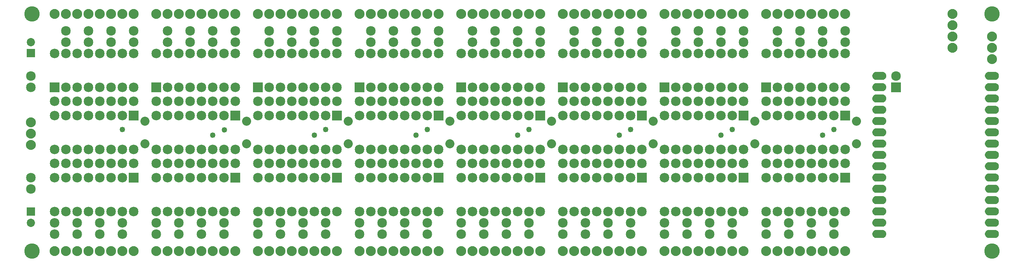
<source format=gts>
G04 MADE WITH FRITZING*
G04 WWW.FRITZING.ORG*
G04 DOUBLE SIDED*
G04 HOLES PLATED*
G04 CONTOUR ON CENTER OF CONTOUR VECTOR*
%ASAXBY*%
%FSLAX23Y23*%
%MOIN*%
%OFA0B0*%
%SFA1.0B1.0*%
%ADD10C,0.062000*%
%ADD11C,0.088000*%
%ADD12C,0.080000*%
%ADD13C,0.085000*%
%ADD14C,0.135984*%
%ADD15C,0.072992*%
%ADD16C,0.049370*%
%ADD17R,0.085000X0.085000*%
%ADD18R,0.072992X0.072992*%
%ADD19R,0.001000X0.001000*%
%LNMASK1*%
G90*
G70*
G54D10*
X7665Y1655D03*
X7665Y1555D03*
X7665Y1455D03*
X7665Y1355D03*
X7665Y1255D03*
X7665Y1155D03*
X7665Y1055D03*
X7665Y955D03*
X7665Y855D03*
X7665Y755D03*
X7665Y655D03*
X7665Y555D03*
X7665Y455D03*
X7665Y355D03*
X7665Y255D03*
X8665Y255D03*
X8665Y355D03*
X8665Y455D03*
X8665Y555D03*
X8665Y655D03*
X8665Y755D03*
X8665Y855D03*
X8665Y955D03*
X8665Y1055D03*
X8665Y1155D03*
X8665Y1255D03*
X8665Y1355D03*
X8665Y1455D03*
X8665Y1555D03*
X8665Y1655D03*
G54D11*
X8315Y1905D03*
X8315Y2005D03*
X8315Y2105D03*
X8315Y2205D03*
X8665Y1805D03*
X8665Y1905D03*
X8665Y2005D03*
G54D12*
X7465Y1255D03*
X7465Y1055D03*
X1165Y1255D03*
X1165Y1055D03*
X2065Y1255D03*
X2065Y1055D03*
X2965Y1255D03*
X2965Y1055D03*
X3865Y1255D03*
X3865Y1055D03*
X4765Y1255D03*
X4765Y1055D03*
X5665Y1255D03*
X5665Y1055D03*
X6565Y1255D03*
X6565Y1055D03*
G54D13*
X7815Y1555D03*
X7815Y1655D03*
G54D14*
X165Y2205D03*
X165Y105D03*
G54D15*
X153Y454D03*
X153Y355D03*
X153Y1857D03*
X153Y1955D03*
G54D13*
X153Y755D03*
X153Y655D03*
X153Y1555D03*
X153Y1655D03*
G54D11*
X153Y1243D03*
X153Y1143D03*
X153Y1043D03*
G54D16*
X5465Y1180D03*
X5365Y1130D03*
X6265Y1130D03*
X6365Y1180D03*
X7265Y1180D03*
X7165Y1130D03*
X4565Y1180D03*
X4466Y1131D03*
X965Y1180D03*
X3665Y1180D03*
X3566Y1130D03*
X1867Y1177D03*
X1765Y1130D03*
X2666Y1130D03*
X2765Y1180D03*
G54D11*
X1065Y2205D03*
X965Y2205D03*
X865Y2205D03*
X765Y2205D03*
X665Y2205D03*
X565Y2205D03*
X465Y2205D03*
X365Y2205D03*
X1965Y2205D03*
X1865Y2205D03*
X1765Y2205D03*
X1665Y2205D03*
X1565Y2205D03*
X1465Y2205D03*
X1365Y2205D03*
X1265Y2205D03*
X2865Y2205D03*
X2765Y2205D03*
X2665Y2205D03*
X2565Y2205D03*
X2465Y2205D03*
X2365Y2205D03*
X2265Y2205D03*
X2165Y2205D03*
X3765Y2205D03*
X3665Y2205D03*
X3565Y2205D03*
X3465Y2205D03*
X3365Y2205D03*
X3265Y2205D03*
X3165Y2205D03*
X3065Y2205D03*
X4665Y2205D03*
X4565Y2205D03*
X4465Y2205D03*
X4365Y2205D03*
X4265Y2205D03*
X4165Y2205D03*
X4065Y2205D03*
X3965Y2205D03*
X5565Y2205D03*
X5465Y2205D03*
X5365Y2205D03*
X5265Y2205D03*
X5165Y2205D03*
X5065Y2205D03*
X4965Y2205D03*
X4865Y2205D03*
X6465Y2205D03*
X6365Y2205D03*
X6265Y2205D03*
X6165Y2205D03*
X6065Y2205D03*
X5965Y2205D03*
X5865Y2205D03*
X5765Y2205D03*
X7365Y2205D03*
X7265Y2205D03*
X7165Y2205D03*
X7065Y2205D03*
X6965Y2205D03*
X6865Y2205D03*
X6765Y2205D03*
X6665Y2205D03*
G54D14*
X8665Y105D03*
X8665Y2205D03*
G54D13*
X1065Y1305D03*
X1065Y1005D03*
X965Y1305D03*
X965Y1005D03*
X865Y1305D03*
X865Y1005D03*
X765Y1305D03*
X765Y1005D03*
X665Y1305D03*
X665Y1005D03*
X565Y1305D03*
X565Y1005D03*
X465Y1305D03*
X465Y1005D03*
X365Y1305D03*
X365Y1005D03*
X1965Y1305D03*
X1965Y1005D03*
X1865Y1305D03*
X1865Y1005D03*
X1765Y1305D03*
X1765Y1005D03*
X1665Y1305D03*
X1665Y1005D03*
X1565Y1305D03*
X1565Y1005D03*
X1465Y1305D03*
X1465Y1005D03*
X1365Y1305D03*
X1365Y1005D03*
X1265Y1305D03*
X1265Y1005D03*
X2865Y1305D03*
X2865Y1005D03*
X2765Y1305D03*
X2765Y1005D03*
X2665Y1305D03*
X2665Y1005D03*
X2565Y1305D03*
X2565Y1005D03*
X2465Y1305D03*
X2465Y1005D03*
X2365Y1305D03*
X2365Y1005D03*
X2265Y1305D03*
X2265Y1005D03*
X2165Y1305D03*
X2165Y1005D03*
X3765Y1305D03*
X3765Y1005D03*
X3665Y1305D03*
X3665Y1005D03*
X3565Y1305D03*
X3565Y1005D03*
X3465Y1305D03*
X3465Y1005D03*
X3365Y1305D03*
X3365Y1005D03*
X3265Y1305D03*
X3265Y1005D03*
X3165Y1305D03*
X3165Y1005D03*
X3065Y1305D03*
X3065Y1005D03*
X4665Y1305D03*
X4665Y1005D03*
X4565Y1305D03*
X4565Y1005D03*
X4465Y1305D03*
X4465Y1005D03*
X4365Y1305D03*
X4365Y1005D03*
X4265Y1305D03*
X4265Y1005D03*
X4165Y1305D03*
X4165Y1005D03*
X4065Y1305D03*
X4065Y1005D03*
X3965Y1305D03*
X3965Y1005D03*
X5565Y1305D03*
X5565Y1005D03*
X5465Y1305D03*
X5465Y1005D03*
X5365Y1305D03*
X5365Y1005D03*
X5265Y1305D03*
X5265Y1005D03*
X5165Y1305D03*
X5165Y1005D03*
X5065Y1305D03*
X5065Y1005D03*
X4965Y1305D03*
X4965Y1005D03*
X4865Y1305D03*
X4865Y1005D03*
X6465Y1305D03*
X6465Y1005D03*
X6365Y1305D03*
X6365Y1005D03*
X6265Y1305D03*
X6265Y1005D03*
X6165Y1305D03*
X6165Y1005D03*
X6065Y1305D03*
X6065Y1005D03*
X5965Y1305D03*
X5965Y1005D03*
X5865Y1305D03*
X5865Y1005D03*
X5765Y1305D03*
X5765Y1005D03*
X7365Y1305D03*
X7365Y1005D03*
X7265Y1305D03*
X7265Y1005D03*
X7165Y1305D03*
X7165Y1005D03*
X7065Y1305D03*
X7065Y1005D03*
X6965Y1305D03*
X6965Y1005D03*
X6865Y1305D03*
X6865Y1005D03*
X6765Y1305D03*
X6765Y1005D03*
X6665Y1305D03*
X6665Y1005D03*
X1065Y755D03*
X1065Y455D03*
X965Y755D03*
X965Y455D03*
X865Y755D03*
X865Y455D03*
X765Y755D03*
X765Y455D03*
X665Y755D03*
X665Y455D03*
X565Y755D03*
X565Y455D03*
X465Y755D03*
X465Y455D03*
X365Y755D03*
X365Y455D03*
X1965Y755D03*
X1965Y455D03*
X1865Y755D03*
X1865Y455D03*
X1765Y755D03*
X1765Y455D03*
X1665Y755D03*
X1665Y455D03*
X1565Y755D03*
X1565Y455D03*
X1465Y755D03*
X1465Y455D03*
X1365Y755D03*
X1365Y455D03*
X1265Y755D03*
X1265Y455D03*
X2865Y755D03*
X2865Y455D03*
X2765Y755D03*
X2765Y455D03*
X2665Y755D03*
X2665Y455D03*
X2565Y755D03*
X2565Y455D03*
X2465Y755D03*
X2465Y455D03*
X2365Y755D03*
X2365Y455D03*
X2265Y755D03*
X2265Y455D03*
X2165Y755D03*
X2165Y455D03*
X3765Y755D03*
X3765Y455D03*
X3665Y755D03*
X3665Y455D03*
X3565Y755D03*
X3565Y455D03*
X3465Y755D03*
X3465Y455D03*
X3365Y755D03*
X3365Y455D03*
X3265Y755D03*
X3265Y455D03*
X3165Y755D03*
X3165Y455D03*
X3065Y755D03*
X3065Y455D03*
X4665Y755D03*
X4665Y455D03*
X4565Y755D03*
X4565Y455D03*
X4465Y755D03*
X4465Y455D03*
X4365Y755D03*
X4365Y455D03*
X4265Y755D03*
X4265Y455D03*
X4165Y755D03*
X4165Y455D03*
X4065Y755D03*
X4065Y455D03*
X3965Y755D03*
X3965Y455D03*
X5565Y755D03*
X5565Y455D03*
X5465Y755D03*
X5465Y455D03*
X5365Y755D03*
X5365Y455D03*
X5265Y755D03*
X5265Y455D03*
X5165Y755D03*
X5165Y455D03*
X5065Y755D03*
X5065Y455D03*
X4965Y755D03*
X4965Y455D03*
X4865Y755D03*
X4865Y455D03*
X6465Y755D03*
X6465Y455D03*
X6365Y755D03*
X6365Y455D03*
X6265Y755D03*
X6265Y455D03*
X6165Y755D03*
X6165Y455D03*
X6065Y755D03*
X6065Y455D03*
X5965Y755D03*
X5965Y455D03*
X5865Y755D03*
X5865Y455D03*
X5765Y755D03*
X5765Y455D03*
X7365Y755D03*
X7365Y455D03*
X7265Y755D03*
X7265Y455D03*
X7165Y755D03*
X7165Y455D03*
X7065Y755D03*
X7065Y455D03*
X6965Y755D03*
X6965Y455D03*
X6865Y755D03*
X6865Y455D03*
X6765Y755D03*
X6765Y455D03*
X6665Y755D03*
X6665Y455D03*
X365Y1555D03*
X365Y1855D03*
X465Y1555D03*
X465Y1855D03*
X565Y1555D03*
X565Y1855D03*
X665Y1555D03*
X665Y1855D03*
X765Y1555D03*
X765Y1855D03*
X865Y1555D03*
X865Y1855D03*
X965Y1555D03*
X965Y1855D03*
X1065Y1555D03*
X1065Y1855D03*
X1265Y1555D03*
X1265Y1855D03*
X1365Y1555D03*
X1365Y1855D03*
X1465Y1555D03*
X1465Y1855D03*
X1565Y1555D03*
X1565Y1855D03*
X1665Y1555D03*
X1665Y1855D03*
X1765Y1555D03*
X1765Y1855D03*
X1865Y1555D03*
X1865Y1855D03*
X1965Y1555D03*
X1965Y1855D03*
X2165Y1555D03*
X2165Y1855D03*
X2265Y1555D03*
X2265Y1855D03*
X2365Y1555D03*
X2365Y1855D03*
X2465Y1555D03*
X2465Y1855D03*
X2565Y1555D03*
X2565Y1855D03*
X2665Y1555D03*
X2665Y1855D03*
X2765Y1555D03*
X2765Y1855D03*
X2865Y1555D03*
X2865Y1855D03*
X3065Y1555D03*
X3065Y1855D03*
X3165Y1555D03*
X3165Y1855D03*
X3265Y1555D03*
X3265Y1855D03*
X3365Y1555D03*
X3365Y1855D03*
X3465Y1555D03*
X3465Y1855D03*
X3565Y1555D03*
X3565Y1855D03*
X3665Y1555D03*
X3665Y1855D03*
X3765Y1555D03*
X3765Y1855D03*
X3965Y1555D03*
X3965Y1855D03*
X4065Y1555D03*
X4065Y1855D03*
X4165Y1555D03*
X4165Y1855D03*
X4265Y1555D03*
X4265Y1855D03*
X4365Y1555D03*
X4365Y1855D03*
X4465Y1555D03*
X4465Y1855D03*
X4565Y1555D03*
X4565Y1855D03*
X4665Y1555D03*
X4665Y1855D03*
X5766Y1555D03*
X5766Y1855D03*
X5866Y1555D03*
X5866Y1855D03*
X5966Y1555D03*
X5966Y1855D03*
X6066Y1555D03*
X6066Y1855D03*
X6166Y1555D03*
X6166Y1855D03*
X6266Y1555D03*
X6266Y1855D03*
X6366Y1555D03*
X6366Y1855D03*
X6466Y1555D03*
X6466Y1855D03*
X4865Y1555D03*
X4865Y1855D03*
X4965Y1555D03*
X4965Y1855D03*
X5065Y1555D03*
X5065Y1855D03*
X5165Y1555D03*
X5165Y1855D03*
X5265Y1555D03*
X5265Y1855D03*
X5365Y1555D03*
X5365Y1855D03*
X5465Y1555D03*
X5465Y1855D03*
X5565Y1555D03*
X5565Y1855D03*
X6666Y1554D03*
X6666Y1854D03*
X6766Y1554D03*
X6766Y1854D03*
X6866Y1554D03*
X6866Y1854D03*
X6966Y1554D03*
X6966Y1854D03*
X7066Y1554D03*
X7066Y1854D03*
X7166Y1554D03*
X7166Y1854D03*
X7266Y1554D03*
X7266Y1854D03*
X7366Y1554D03*
X7366Y1854D03*
X7365Y1955D03*
X7365Y2055D03*
X6965Y2055D03*
X6965Y1955D03*
X5565Y2055D03*
X5565Y1955D03*
X6465Y2055D03*
X6465Y1955D03*
X5365Y2055D03*
X5365Y1955D03*
X6265Y2055D03*
X6265Y1955D03*
X5165Y2055D03*
X5165Y1955D03*
X6065Y2055D03*
X6065Y1955D03*
X4965Y2055D03*
X4965Y1955D03*
X5865Y2055D03*
X5865Y1955D03*
X7265Y880D03*
X7365Y880D03*
X7065Y880D03*
X7165Y880D03*
X6865Y880D03*
X6965Y880D03*
X365Y880D03*
X465Y880D03*
X1265Y880D03*
X1365Y880D03*
X2165Y880D03*
X2265Y880D03*
X3065Y880D03*
X3165Y880D03*
X3965Y880D03*
X4065Y880D03*
X4865Y880D03*
X4965Y880D03*
X5765Y880D03*
X5865Y880D03*
X565Y880D03*
X665Y880D03*
X1465Y880D03*
X1565Y880D03*
X2365Y880D03*
X2465Y880D03*
X3265Y880D03*
X3365Y880D03*
X4165Y880D03*
X4265Y880D03*
X5065Y880D03*
X5165Y880D03*
X5965Y880D03*
X6065Y880D03*
X765Y880D03*
X865Y880D03*
X1665Y880D03*
X1765Y880D03*
X2565Y880D03*
X2665Y880D03*
X3465Y880D03*
X3565Y880D03*
X4365Y880D03*
X4465Y880D03*
X5265Y880D03*
X5365Y880D03*
X6165Y880D03*
X6265Y880D03*
X965Y880D03*
X1065Y880D03*
X1865Y880D03*
X1965Y880D03*
X2765Y880D03*
X2865Y880D03*
X3665Y880D03*
X3765Y880D03*
X4565Y880D03*
X4665Y880D03*
X5465Y880D03*
X5565Y880D03*
X6365Y880D03*
X6465Y880D03*
X6665Y880D03*
X6765Y880D03*
X7265Y1430D03*
X7365Y1430D03*
X6865Y1430D03*
X6965Y1430D03*
X7165Y1430D03*
X7065Y1430D03*
X965Y1430D03*
X1065Y1430D03*
X1865Y1430D03*
X1965Y1430D03*
X2765Y1430D03*
X2865Y1430D03*
X3665Y1430D03*
X3765Y1430D03*
X4565Y1430D03*
X4665Y1430D03*
X5465Y1430D03*
X5565Y1430D03*
X6365Y1430D03*
X6465Y1430D03*
X865Y1430D03*
X765Y1430D03*
X1765Y1430D03*
X1665Y1430D03*
X2665Y1430D03*
X2565Y1430D03*
X3565Y1430D03*
X3465Y1430D03*
X4465Y1430D03*
X4365Y1430D03*
X5365Y1430D03*
X5265Y1430D03*
X6265Y1430D03*
X6165Y1430D03*
X565Y1430D03*
X665Y1430D03*
X1465Y1430D03*
X1565Y1430D03*
X2365Y1430D03*
X2465Y1430D03*
X3265Y1430D03*
X3365Y1430D03*
X4165Y1430D03*
X4265Y1430D03*
X5065Y1430D03*
X5165Y1430D03*
X5965Y1430D03*
X6065Y1430D03*
X465Y1430D03*
X365Y1430D03*
X1365Y1430D03*
X1265Y1430D03*
X2265Y1430D03*
X2165Y1430D03*
X3165Y1430D03*
X3065Y1430D03*
X4065Y1430D03*
X3965Y1430D03*
X4965Y1430D03*
X4865Y1430D03*
X5865Y1430D03*
X5765Y1430D03*
X6765Y1430D03*
X6665Y1430D03*
X7265Y355D03*
X7265Y255D03*
X7065Y355D03*
X7065Y255D03*
X6865Y355D03*
X6865Y255D03*
X965Y355D03*
X965Y255D03*
X1865Y355D03*
X1865Y255D03*
X2765Y355D03*
X2765Y255D03*
X3665Y355D03*
X3665Y255D03*
X4565Y355D03*
X4565Y255D03*
X5465Y355D03*
X5465Y255D03*
X6365Y355D03*
X6365Y255D03*
X765Y355D03*
X765Y255D03*
X1665Y355D03*
X1665Y255D03*
X2565Y355D03*
X2565Y255D03*
X3465Y355D03*
X3465Y255D03*
X4365Y355D03*
X4365Y255D03*
X5265Y355D03*
X5265Y255D03*
X6165Y355D03*
X6165Y255D03*
X565Y355D03*
X565Y255D03*
X1465Y355D03*
X1465Y255D03*
X2365Y355D03*
X2365Y255D03*
X3265Y355D03*
X3265Y255D03*
X4165Y355D03*
X4165Y255D03*
X5065Y355D03*
X5065Y255D03*
X5965Y355D03*
X5965Y255D03*
X365Y355D03*
X365Y255D03*
X1265Y355D03*
X1265Y255D03*
X2165Y355D03*
X2165Y255D03*
X3065Y355D03*
X3065Y255D03*
X3965Y355D03*
X3965Y255D03*
X4865Y355D03*
X4865Y255D03*
X5765Y355D03*
X5765Y255D03*
X6665Y355D03*
X6665Y255D03*
X4665Y2055D03*
X4665Y1955D03*
X4465Y2055D03*
X4465Y1955D03*
X1065Y2055D03*
X1065Y1955D03*
X665Y2055D03*
X665Y1955D03*
X865Y2055D03*
X865Y1955D03*
X465Y2055D03*
X465Y1955D03*
X1965Y2055D03*
X1965Y1955D03*
X1565Y2055D03*
X1565Y1955D03*
X1765Y2055D03*
X1765Y1955D03*
X1365Y2055D03*
X1365Y1955D03*
X2865Y2055D03*
X2865Y1955D03*
X2465Y2055D03*
X2465Y1955D03*
X2665Y2055D03*
X2665Y1955D03*
X2265Y2055D03*
X2265Y1955D03*
X3165Y2055D03*
X3165Y1955D03*
X3365Y2055D03*
X3365Y1955D03*
X3565Y2055D03*
X3565Y1955D03*
X3765Y2055D03*
X3765Y1955D03*
X4065Y2055D03*
X4065Y1955D03*
X4265Y2055D03*
X4265Y1955D03*
G54D11*
X365Y105D03*
X465Y105D03*
X565Y105D03*
X665Y105D03*
X765Y105D03*
X865Y105D03*
X965Y105D03*
X1065Y105D03*
X1265Y105D03*
X1365Y105D03*
X1465Y105D03*
X1565Y105D03*
X1665Y105D03*
X1765Y105D03*
X1865Y105D03*
X1965Y105D03*
X2165Y105D03*
X2265Y105D03*
X2365Y105D03*
X2465Y105D03*
X2565Y105D03*
X2665Y105D03*
X2765Y105D03*
X2865Y105D03*
X3065Y105D03*
X3165Y105D03*
X3265Y105D03*
X3365Y105D03*
X3465Y105D03*
X3565Y105D03*
X3665Y105D03*
X3765Y105D03*
X3965Y105D03*
X4065Y105D03*
X4165Y105D03*
X4265Y105D03*
X4365Y105D03*
X4465Y105D03*
X4565Y105D03*
X4665Y105D03*
X6665Y105D03*
X6765Y105D03*
X6865Y105D03*
X6965Y105D03*
X7065Y105D03*
X7165Y105D03*
X7265Y105D03*
X7365Y105D03*
X5765Y105D03*
X5865Y105D03*
X5965Y105D03*
X6065Y105D03*
X6165Y105D03*
X6265Y105D03*
X6365Y105D03*
X6465Y105D03*
X4865Y105D03*
X4965Y105D03*
X5065Y105D03*
X5165Y105D03*
X5265Y105D03*
X5365Y105D03*
X5465Y105D03*
X5565Y105D03*
G54D13*
X7165Y1955D03*
X7165Y2055D03*
X6765Y2055D03*
X6765Y1955D03*
G54D17*
X7815Y1555D03*
G54D18*
X153Y454D03*
X153Y1857D03*
G54D17*
X1065Y1305D03*
X1965Y1305D03*
X2865Y1305D03*
X3765Y1305D03*
X4665Y1305D03*
X5565Y1305D03*
X6465Y1305D03*
X7365Y1305D03*
X1065Y755D03*
X1965Y755D03*
X2865Y755D03*
X3765Y755D03*
X4665Y755D03*
X5565Y755D03*
X6465Y755D03*
X7365Y755D03*
X365Y1555D03*
X1265Y1555D03*
X2165Y1555D03*
X3065Y1555D03*
X3965Y1555D03*
X5766Y1555D03*
X4865Y1555D03*
X6666Y1554D03*
G54D19*
X7635Y1691D02*
X7698Y1691D01*
X8633Y1691D02*
X8695Y1691D01*
X7631Y1690D02*
X7702Y1690D01*
X8629Y1690D02*
X8699Y1690D01*
X7628Y1689D02*
X7705Y1689D01*
X8626Y1689D02*
X8702Y1689D01*
X7626Y1688D02*
X7707Y1688D01*
X8623Y1688D02*
X8705Y1688D01*
X7624Y1687D02*
X7709Y1687D01*
X8621Y1687D02*
X8707Y1687D01*
X7622Y1686D02*
X7711Y1686D01*
X8620Y1686D02*
X8708Y1686D01*
X7621Y1685D02*
X7713Y1685D01*
X8618Y1685D02*
X8710Y1685D01*
X7619Y1684D02*
X7714Y1684D01*
X8617Y1684D02*
X8711Y1684D01*
X7618Y1683D02*
X7715Y1683D01*
X8615Y1683D02*
X8713Y1683D01*
X7617Y1682D02*
X7716Y1682D01*
X8614Y1682D02*
X8714Y1682D01*
X7616Y1681D02*
X7718Y1681D01*
X8613Y1681D02*
X8715Y1681D01*
X7615Y1680D02*
X7718Y1680D01*
X8612Y1680D02*
X8716Y1680D01*
X7614Y1679D02*
X7719Y1679D01*
X8611Y1679D02*
X8717Y1679D01*
X7613Y1678D02*
X7720Y1678D01*
X8610Y1678D02*
X8718Y1678D01*
X7612Y1677D02*
X7721Y1677D01*
X8610Y1677D02*
X8718Y1677D01*
X7612Y1676D02*
X7722Y1676D01*
X8609Y1676D02*
X8719Y1676D01*
X7611Y1675D02*
X7722Y1675D01*
X8608Y1675D02*
X8720Y1675D01*
X7610Y1674D02*
X7723Y1674D01*
X8608Y1674D02*
X8720Y1674D01*
X7610Y1673D02*
X7723Y1673D01*
X8607Y1673D02*
X8721Y1673D01*
X7609Y1672D02*
X7724Y1672D01*
X8607Y1672D02*
X8721Y1672D01*
X7609Y1671D02*
X7724Y1671D01*
X8606Y1671D02*
X8722Y1671D01*
X7608Y1670D02*
X7725Y1670D01*
X8606Y1670D02*
X8722Y1670D01*
X7608Y1669D02*
X7725Y1669D01*
X8605Y1669D02*
X8723Y1669D01*
X7608Y1668D02*
X7726Y1668D01*
X8605Y1668D02*
X8723Y1668D01*
X7607Y1667D02*
X7726Y1667D01*
X8605Y1667D02*
X8723Y1667D01*
X7607Y1666D02*
X7726Y1666D01*
X8604Y1666D02*
X8724Y1666D01*
X7607Y1665D02*
X7727Y1665D01*
X8602Y1665D02*
X8724Y1665D01*
X7606Y1664D02*
X7727Y1664D01*
X8602Y1664D02*
X8724Y1664D01*
X7606Y1663D02*
X7727Y1663D01*
X8602Y1663D02*
X8725Y1663D01*
X7606Y1662D02*
X7727Y1662D01*
X8602Y1662D02*
X8725Y1662D01*
X7606Y1661D02*
X7664Y1661D01*
X7671Y1661D02*
X7728Y1661D01*
X8602Y1661D02*
X8661Y1661D01*
X8667Y1661D02*
X8725Y1661D01*
X7605Y1660D02*
X7663Y1660D01*
X7672Y1660D02*
X7728Y1660D01*
X8602Y1660D02*
X8659Y1660D01*
X8669Y1660D02*
X8725Y1660D01*
X7605Y1659D02*
X7662Y1659D01*
X7673Y1659D02*
X7728Y1659D01*
X8602Y1659D02*
X8659Y1659D01*
X8669Y1659D02*
X8725Y1659D01*
X7605Y1658D02*
X7661Y1658D01*
X7673Y1658D02*
X7728Y1658D01*
X8602Y1658D02*
X8658Y1658D01*
X8670Y1658D02*
X8725Y1658D01*
X7605Y1657D02*
X7661Y1657D01*
X7674Y1657D02*
X7728Y1657D01*
X8602Y1657D02*
X8658Y1657D01*
X8670Y1657D02*
X8725Y1657D01*
X7605Y1656D02*
X7661Y1656D01*
X7674Y1656D02*
X7728Y1656D01*
X8602Y1656D02*
X8657Y1656D01*
X8670Y1656D02*
X8725Y1656D01*
X7605Y1655D02*
X7661Y1655D01*
X7674Y1655D02*
X7728Y1655D01*
X8603Y1655D02*
X8657Y1655D01*
X8670Y1655D02*
X8725Y1655D01*
X7605Y1654D02*
X7661Y1654D01*
X7674Y1654D02*
X7728Y1654D01*
X8603Y1654D02*
X8658Y1654D01*
X8670Y1654D02*
X8725Y1654D01*
X7605Y1653D02*
X7661Y1653D01*
X7673Y1653D02*
X7728Y1653D01*
X8603Y1653D02*
X8658Y1653D01*
X8670Y1653D02*
X8725Y1653D01*
X7605Y1652D02*
X7662Y1652D01*
X7673Y1652D02*
X7728Y1652D01*
X8603Y1652D02*
X8659Y1652D01*
X8669Y1652D02*
X8725Y1652D01*
X7605Y1651D02*
X7663Y1651D01*
X7672Y1651D02*
X7728Y1651D01*
X8603Y1651D02*
X8660Y1651D01*
X8668Y1651D02*
X8725Y1651D01*
X7606Y1650D02*
X7664Y1650D01*
X7670Y1650D02*
X7727Y1650D01*
X8603Y1650D02*
X8661Y1650D01*
X8667Y1650D02*
X8725Y1650D01*
X7606Y1649D02*
X7727Y1649D01*
X8603Y1649D02*
X8725Y1649D01*
X7606Y1648D02*
X7727Y1648D01*
X8603Y1648D02*
X8724Y1648D01*
X7606Y1647D02*
X7727Y1647D01*
X8604Y1647D02*
X8724Y1647D01*
X7607Y1646D02*
X7727Y1646D01*
X8604Y1646D02*
X8724Y1646D01*
X7607Y1645D02*
X7726Y1645D01*
X8604Y1645D02*
X8724Y1645D01*
X7607Y1644D02*
X7726Y1644D01*
X8605Y1644D02*
X8723Y1644D01*
X7608Y1643D02*
X7726Y1643D01*
X8605Y1643D02*
X8723Y1643D01*
X7608Y1642D02*
X7725Y1642D01*
X8605Y1642D02*
X8723Y1642D01*
X7608Y1641D02*
X7725Y1641D01*
X8606Y1641D02*
X8722Y1641D01*
X7609Y1640D02*
X7724Y1640D01*
X8606Y1640D02*
X8722Y1640D01*
X7609Y1639D02*
X7724Y1639D01*
X8607Y1639D02*
X8721Y1639D01*
X7610Y1638D02*
X7723Y1638D01*
X8607Y1638D02*
X8721Y1638D01*
X7610Y1637D02*
X7723Y1637D01*
X8608Y1637D02*
X8720Y1637D01*
X7611Y1636D02*
X7722Y1636D01*
X8608Y1636D02*
X8719Y1636D01*
X7612Y1635D02*
X7721Y1635D01*
X8609Y1635D02*
X8719Y1635D01*
X7612Y1634D02*
X7721Y1634D01*
X8610Y1634D02*
X8718Y1634D01*
X7613Y1633D02*
X7720Y1633D01*
X8611Y1633D02*
X8717Y1633D01*
X7614Y1632D02*
X7719Y1632D01*
X8611Y1632D02*
X8717Y1632D01*
X7615Y1631D02*
X7718Y1631D01*
X8612Y1631D02*
X8716Y1631D01*
X7616Y1630D02*
X7717Y1630D01*
X8613Y1630D02*
X8715Y1630D01*
X7617Y1629D02*
X7716Y1629D01*
X8614Y1629D02*
X8714Y1629D01*
X7618Y1628D02*
X7715Y1628D01*
X8615Y1628D02*
X8712Y1628D01*
X7619Y1627D02*
X7714Y1627D01*
X8617Y1627D02*
X8711Y1627D01*
X7621Y1626D02*
X7712Y1626D01*
X8618Y1626D02*
X8710Y1626D01*
X7622Y1625D02*
X7711Y1625D01*
X8620Y1625D02*
X8708Y1625D01*
X7624Y1624D02*
X7709Y1624D01*
X8622Y1624D02*
X8706Y1624D01*
X7626Y1623D02*
X7707Y1623D01*
X8624Y1623D02*
X8704Y1623D01*
X7629Y1622D02*
X7704Y1622D01*
X8626Y1622D02*
X8702Y1622D01*
X7632Y1621D02*
X7701Y1621D01*
X8629Y1621D02*
X8699Y1621D01*
X7636Y1620D02*
X7697Y1620D01*
X8634Y1620D02*
X8694Y1620D01*
X7635Y1591D02*
X7698Y1591D01*
X8633Y1591D02*
X8695Y1591D01*
X7631Y1590D02*
X7702Y1590D01*
X8629Y1590D02*
X8699Y1590D01*
X7628Y1589D02*
X7705Y1589D01*
X8626Y1589D02*
X8702Y1589D01*
X7626Y1588D02*
X7707Y1588D01*
X8623Y1588D02*
X8705Y1588D01*
X7624Y1587D02*
X7709Y1587D01*
X8621Y1587D02*
X8707Y1587D01*
X7622Y1586D02*
X7711Y1586D01*
X8620Y1586D02*
X8708Y1586D01*
X7620Y1585D02*
X7713Y1585D01*
X8618Y1585D02*
X8710Y1585D01*
X7619Y1584D02*
X7714Y1584D01*
X8617Y1584D02*
X8711Y1584D01*
X7618Y1583D02*
X7715Y1583D01*
X8615Y1583D02*
X8713Y1583D01*
X7617Y1582D02*
X7716Y1582D01*
X8614Y1582D02*
X8714Y1582D01*
X7616Y1581D02*
X7717Y1581D01*
X8613Y1581D02*
X8715Y1581D01*
X7615Y1580D02*
X7718Y1580D01*
X8612Y1580D02*
X8716Y1580D01*
X7614Y1579D02*
X7719Y1579D01*
X8611Y1579D02*
X8717Y1579D01*
X7613Y1578D02*
X7720Y1578D01*
X8610Y1578D02*
X8718Y1578D01*
X7612Y1577D02*
X7721Y1577D01*
X8610Y1577D02*
X8718Y1577D01*
X7611Y1576D02*
X7721Y1576D01*
X8609Y1576D02*
X8719Y1576D01*
X7611Y1575D02*
X7722Y1575D01*
X8608Y1575D02*
X8720Y1575D01*
X7610Y1574D02*
X7723Y1574D01*
X8608Y1574D02*
X8720Y1574D01*
X7610Y1573D02*
X7723Y1573D01*
X8607Y1573D02*
X8721Y1573D01*
X7609Y1572D02*
X7724Y1572D01*
X8607Y1572D02*
X8721Y1572D01*
X7609Y1571D02*
X7724Y1571D01*
X8606Y1571D02*
X8722Y1571D01*
X7608Y1570D02*
X7725Y1570D01*
X8606Y1570D02*
X8722Y1570D01*
X7608Y1569D02*
X7725Y1569D01*
X8605Y1569D02*
X8723Y1569D01*
X7607Y1568D02*
X7726Y1568D01*
X8605Y1568D02*
X8723Y1568D01*
X7607Y1567D02*
X7726Y1567D01*
X8605Y1567D02*
X8723Y1567D01*
X7607Y1566D02*
X7726Y1566D01*
X8604Y1566D02*
X8724Y1566D01*
X7606Y1565D02*
X7727Y1565D01*
X8602Y1565D02*
X8724Y1565D01*
X7606Y1564D02*
X7727Y1564D01*
X8602Y1564D02*
X8724Y1564D01*
X7606Y1563D02*
X7727Y1563D01*
X8602Y1563D02*
X8725Y1563D01*
X7606Y1562D02*
X7727Y1562D01*
X8602Y1562D02*
X8725Y1562D01*
X7606Y1561D02*
X7664Y1561D01*
X7671Y1561D02*
X7727Y1561D01*
X8602Y1561D02*
X8661Y1561D01*
X8667Y1561D02*
X8725Y1561D01*
X7605Y1560D02*
X7662Y1560D01*
X7672Y1560D02*
X7728Y1560D01*
X8602Y1560D02*
X8659Y1560D01*
X8669Y1560D02*
X8725Y1560D01*
X7605Y1559D02*
X7662Y1559D01*
X7673Y1559D02*
X7728Y1559D01*
X8602Y1559D02*
X8658Y1559D01*
X8670Y1559D02*
X8725Y1559D01*
X7605Y1558D02*
X7661Y1558D01*
X7673Y1558D02*
X7728Y1558D01*
X8602Y1558D02*
X8658Y1558D01*
X8670Y1558D02*
X8725Y1558D01*
X7605Y1557D02*
X7661Y1557D01*
X7674Y1557D02*
X7728Y1557D01*
X8602Y1557D02*
X8657Y1557D01*
X8671Y1557D02*
X8725Y1557D01*
X7605Y1556D02*
X7661Y1556D01*
X7674Y1556D02*
X7728Y1556D01*
X8602Y1556D02*
X8657Y1556D01*
X8671Y1556D02*
X8725Y1556D01*
X7605Y1555D02*
X7661Y1555D01*
X7674Y1555D02*
X7728Y1555D01*
X8603Y1555D02*
X8657Y1555D01*
X8671Y1555D02*
X8725Y1555D01*
X7605Y1554D02*
X7661Y1554D01*
X7674Y1554D02*
X7728Y1554D01*
X8603Y1554D02*
X8657Y1554D01*
X8670Y1554D02*
X8725Y1554D01*
X7605Y1553D02*
X7661Y1553D01*
X7673Y1553D02*
X7728Y1553D01*
X8603Y1553D02*
X8658Y1553D01*
X8670Y1553D02*
X8725Y1553D01*
X7605Y1552D02*
X7662Y1552D01*
X7673Y1552D02*
X7728Y1552D01*
X8603Y1552D02*
X8659Y1552D01*
X8669Y1552D02*
X8725Y1552D01*
X7605Y1551D02*
X7663Y1551D01*
X7672Y1551D02*
X7728Y1551D01*
X8603Y1551D02*
X8659Y1551D01*
X8668Y1551D02*
X8725Y1551D01*
X7606Y1550D02*
X7665Y1550D01*
X7670Y1550D02*
X7727Y1550D01*
X8603Y1550D02*
X8661Y1550D01*
X8667Y1550D02*
X8725Y1550D01*
X7606Y1549D02*
X7727Y1549D01*
X8603Y1549D02*
X8725Y1549D01*
X7606Y1548D02*
X7727Y1548D01*
X8603Y1548D02*
X8724Y1548D01*
X7606Y1547D02*
X7727Y1547D01*
X8604Y1547D02*
X8724Y1547D01*
X7607Y1546D02*
X7726Y1546D01*
X8604Y1546D02*
X8724Y1546D01*
X7607Y1545D02*
X7726Y1545D01*
X8604Y1545D02*
X8724Y1545D01*
X7607Y1544D02*
X7726Y1544D01*
X8605Y1544D02*
X8723Y1544D01*
X7608Y1543D02*
X7725Y1543D01*
X8605Y1543D02*
X8723Y1543D01*
X7608Y1542D02*
X7725Y1542D01*
X8605Y1542D02*
X8723Y1542D01*
X7608Y1541D02*
X7725Y1541D01*
X8606Y1541D02*
X8722Y1541D01*
X7609Y1540D02*
X7724Y1540D01*
X8606Y1540D02*
X8722Y1540D01*
X7609Y1539D02*
X7724Y1539D01*
X8607Y1539D02*
X8721Y1539D01*
X7610Y1538D02*
X7723Y1538D01*
X8607Y1538D02*
X8721Y1538D01*
X7610Y1537D02*
X7723Y1537D01*
X8608Y1537D02*
X8720Y1537D01*
X7611Y1536D02*
X7722Y1536D01*
X8608Y1536D02*
X8719Y1536D01*
X7612Y1535D02*
X7721Y1535D01*
X8609Y1535D02*
X8719Y1535D01*
X7612Y1534D02*
X7721Y1534D01*
X8610Y1534D02*
X8718Y1534D01*
X7613Y1533D02*
X7720Y1533D01*
X8611Y1533D02*
X8717Y1533D01*
X7614Y1532D02*
X7719Y1532D01*
X8611Y1532D02*
X8717Y1532D01*
X7615Y1531D02*
X7718Y1531D01*
X8612Y1531D02*
X8716Y1531D01*
X7616Y1530D02*
X7717Y1530D01*
X8613Y1530D02*
X8715Y1530D01*
X7617Y1529D02*
X7716Y1529D01*
X8614Y1529D02*
X8714Y1529D01*
X7618Y1528D02*
X7715Y1528D01*
X8615Y1528D02*
X8712Y1528D01*
X7619Y1527D02*
X7714Y1527D01*
X8617Y1527D02*
X8711Y1527D01*
X7621Y1526D02*
X7712Y1526D01*
X8618Y1526D02*
X8710Y1526D01*
X7622Y1525D02*
X7711Y1525D01*
X8620Y1525D02*
X8708Y1525D01*
X7624Y1524D02*
X7709Y1524D01*
X8622Y1524D02*
X8706Y1524D01*
X7626Y1523D02*
X7707Y1523D01*
X8624Y1523D02*
X8704Y1523D01*
X7629Y1522D02*
X7704Y1522D01*
X8626Y1522D02*
X8702Y1522D01*
X7632Y1521D02*
X7701Y1521D01*
X8629Y1521D02*
X8699Y1521D01*
X7636Y1520D02*
X7697Y1520D01*
X8634Y1520D02*
X8694Y1520D01*
X7635Y1491D02*
X7698Y1491D01*
X8633Y1491D02*
X8695Y1491D01*
X7631Y1490D02*
X7702Y1490D01*
X8629Y1490D02*
X8699Y1490D01*
X7628Y1489D02*
X7705Y1489D01*
X8626Y1489D02*
X8702Y1489D01*
X7626Y1488D02*
X7707Y1488D01*
X8623Y1488D02*
X8705Y1488D01*
X7624Y1487D02*
X7709Y1487D01*
X8621Y1487D02*
X8707Y1487D01*
X7622Y1486D02*
X7711Y1486D01*
X8620Y1486D02*
X8708Y1486D01*
X7620Y1485D02*
X7713Y1485D01*
X8618Y1485D02*
X8710Y1485D01*
X7619Y1484D02*
X7714Y1484D01*
X8617Y1484D02*
X8711Y1484D01*
X7618Y1483D02*
X7715Y1483D01*
X8615Y1483D02*
X8713Y1483D01*
X7617Y1482D02*
X7716Y1482D01*
X8614Y1482D02*
X8714Y1482D01*
X7615Y1481D02*
X7717Y1481D01*
X8613Y1481D02*
X8715Y1481D01*
X7615Y1480D02*
X7718Y1480D01*
X8612Y1480D02*
X8716Y1480D01*
X7614Y1479D02*
X7719Y1479D01*
X8611Y1479D02*
X8717Y1479D01*
X7613Y1478D02*
X7720Y1478D01*
X8610Y1478D02*
X8718Y1478D01*
X7612Y1477D02*
X7721Y1477D01*
X8610Y1477D02*
X8718Y1477D01*
X7611Y1476D02*
X7721Y1476D01*
X8609Y1476D02*
X8719Y1476D01*
X7611Y1475D02*
X7722Y1475D01*
X8608Y1475D02*
X8720Y1475D01*
X7610Y1474D02*
X7723Y1474D01*
X8608Y1474D02*
X8720Y1474D01*
X7610Y1473D02*
X7723Y1473D01*
X8607Y1473D02*
X8721Y1473D01*
X7609Y1472D02*
X7724Y1472D01*
X8607Y1472D02*
X8721Y1472D01*
X7609Y1471D02*
X7724Y1471D01*
X8606Y1471D02*
X8722Y1471D01*
X7608Y1470D02*
X7725Y1470D01*
X8606Y1470D02*
X8722Y1470D01*
X7608Y1469D02*
X7725Y1469D01*
X8605Y1469D02*
X8723Y1469D01*
X7607Y1468D02*
X7726Y1468D01*
X8605Y1468D02*
X8723Y1468D01*
X7607Y1467D02*
X7726Y1467D01*
X8605Y1467D02*
X8723Y1467D01*
X7607Y1466D02*
X7726Y1466D01*
X8604Y1466D02*
X8724Y1466D01*
X7606Y1465D02*
X7727Y1465D01*
X8602Y1465D02*
X8724Y1465D01*
X7606Y1464D02*
X7727Y1464D01*
X8602Y1464D02*
X8724Y1464D01*
X7606Y1463D02*
X7727Y1463D01*
X8602Y1463D02*
X8725Y1463D01*
X7606Y1462D02*
X7727Y1462D01*
X8602Y1462D02*
X8725Y1462D01*
X7605Y1461D02*
X7664Y1461D01*
X7671Y1461D02*
X7727Y1461D01*
X8602Y1461D02*
X8661Y1461D01*
X8667Y1461D02*
X8725Y1461D01*
X7605Y1460D02*
X7662Y1460D01*
X7672Y1460D02*
X7728Y1460D01*
X8602Y1460D02*
X8659Y1460D01*
X8669Y1460D02*
X8725Y1460D01*
X7605Y1459D02*
X7662Y1459D01*
X7673Y1459D02*
X7728Y1459D01*
X8602Y1459D02*
X8658Y1459D01*
X8670Y1459D02*
X8725Y1459D01*
X7605Y1458D02*
X7661Y1458D01*
X7673Y1458D02*
X7728Y1458D01*
X8602Y1458D02*
X8658Y1458D01*
X8670Y1458D02*
X8725Y1458D01*
X7605Y1457D02*
X7661Y1457D01*
X7674Y1457D02*
X7728Y1457D01*
X8602Y1457D02*
X8657Y1457D01*
X8670Y1457D02*
X8725Y1457D01*
X7605Y1456D02*
X7661Y1456D01*
X7674Y1456D02*
X7728Y1456D01*
X8602Y1456D02*
X8657Y1456D01*
X8671Y1456D02*
X8725Y1456D01*
X7605Y1455D02*
X7661Y1455D01*
X7674Y1455D02*
X7728Y1455D01*
X8603Y1455D02*
X8657Y1455D01*
X8671Y1455D02*
X8725Y1455D01*
X7605Y1454D02*
X7661Y1454D01*
X7674Y1454D02*
X7728Y1454D01*
X8603Y1454D02*
X8657Y1454D01*
X8670Y1454D02*
X8725Y1454D01*
X7605Y1453D02*
X7661Y1453D01*
X7673Y1453D02*
X7728Y1453D01*
X8603Y1453D02*
X8658Y1453D01*
X8670Y1453D02*
X8725Y1453D01*
X7605Y1452D02*
X7662Y1452D01*
X7673Y1452D02*
X7728Y1452D01*
X8603Y1452D02*
X8659Y1452D01*
X8669Y1452D02*
X8725Y1452D01*
X7605Y1451D02*
X7663Y1451D01*
X7672Y1451D02*
X7728Y1451D01*
X8603Y1451D02*
X8659Y1451D01*
X8668Y1451D02*
X8725Y1451D01*
X7605Y1450D02*
X7664Y1450D01*
X7670Y1450D02*
X7727Y1450D01*
X8603Y1450D02*
X8661Y1450D01*
X8667Y1450D02*
X8725Y1450D01*
X7606Y1449D02*
X7727Y1449D01*
X8603Y1449D02*
X8725Y1449D01*
X7606Y1448D02*
X7727Y1448D01*
X8603Y1448D02*
X8724Y1448D01*
X7606Y1447D02*
X7727Y1447D01*
X8604Y1447D02*
X8724Y1447D01*
X7606Y1446D02*
X7726Y1446D01*
X8604Y1446D02*
X8724Y1446D01*
X7607Y1445D02*
X7726Y1445D01*
X8604Y1445D02*
X8724Y1445D01*
X7607Y1444D02*
X7726Y1444D01*
X8605Y1444D02*
X8723Y1444D01*
X7607Y1443D02*
X7725Y1443D01*
X8605Y1443D02*
X8723Y1443D01*
X7608Y1442D02*
X7725Y1442D01*
X8605Y1442D02*
X8723Y1442D01*
X7608Y1441D02*
X7725Y1441D01*
X8606Y1441D02*
X8722Y1441D01*
X7609Y1440D02*
X7724Y1440D01*
X8606Y1440D02*
X8722Y1440D01*
X7609Y1439D02*
X7724Y1439D01*
X8607Y1439D02*
X8721Y1439D01*
X7610Y1438D02*
X7723Y1438D01*
X8607Y1438D02*
X8721Y1438D01*
X7610Y1437D02*
X7723Y1437D01*
X8608Y1437D02*
X8720Y1437D01*
X7611Y1436D02*
X7722Y1436D01*
X8608Y1436D02*
X8719Y1436D01*
X7612Y1435D02*
X7721Y1435D01*
X8609Y1435D02*
X8719Y1435D01*
X7612Y1434D02*
X7721Y1434D01*
X8610Y1434D02*
X8718Y1434D01*
X7613Y1433D02*
X7720Y1433D01*
X8611Y1433D02*
X8717Y1433D01*
X7614Y1432D02*
X7719Y1432D01*
X8611Y1432D02*
X8717Y1432D01*
X7615Y1431D02*
X7718Y1431D01*
X8612Y1431D02*
X8716Y1431D01*
X7616Y1430D02*
X7717Y1430D01*
X8613Y1430D02*
X8715Y1430D01*
X7617Y1429D02*
X7716Y1429D01*
X8614Y1429D02*
X8714Y1429D01*
X7618Y1428D02*
X7715Y1428D01*
X8615Y1428D02*
X8712Y1428D01*
X7619Y1427D02*
X7714Y1427D01*
X8617Y1427D02*
X8711Y1427D01*
X7621Y1426D02*
X7712Y1426D01*
X8618Y1426D02*
X8710Y1426D01*
X7622Y1425D02*
X7711Y1425D01*
X8620Y1425D02*
X8708Y1425D01*
X7624Y1424D02*
X7709Y1424D01*
X8622Y1424D02*
X8706Y1424D01*
X7626Y1423D02*
X7707Y1423D01*
X8624Y1423D02*
X8704Y1423D01*
X7629Y1422D02*
X7704Y1422D01*
X8626Y1422D02*
X8702Y1422D01*
X7632Y1421D02*
X7701Y1421D01*
X8629Y1421D02*
X8699Y1421D01*
X7636Y1420D02*
X7697Y1420D01*
X8634Y1420D02*
X8694Y1420D01*
X7635Y1391D02*
X7698Y1391D01*
X8633Y1391D02*
X8695Y1391D01*
X7631Y1390D02*
X7702Y1390D01*
X8629Y1390D02*
X8699Y1390D01*
X7628Y1389D02*
X7705Y1389D01*
X8626Y1389D02*
X8702Y1389D01*
X7626Y1388D02*
X7707Y1388D01*
X8623Y1388D02*
X8705Y1388D01*
X7624Y1387D02*
X7709Y1387D01*
X8621Y1387D02*
X8707Y1387D01*
X7622Y1386D02*
X7711Y1386D01*
X8620Y1386D02*
X8708Y1386D01*
X7620Y1385D02*
X7713Y1385D01*
X8618Y1385D02*
X8710Y1385D01*
X7619Y1384D02*
X7714Y1384D01*
X8617Y1384D02*
X8711Y1384D01*
X7618Y1383D02*
X7715Y1383D01*
X8615Y1383D02*
X8713Y1383D01*
X7617Y1382D02*
X7716Y1382D01*
X8614Y1382D02*
X8714Y1382D01*
X7616Y1381D02*
X7717Y1381D01*
X8613Y1381D02*
X8715Y1381D01*
X7615Y1380D02*
X7718Y1380D01*
X8612Y1380D02*
X8716Y1380D01*
X7614Y1379D02*
X7719Y1379D01*
X8611Y1379D02*
X8717Y1379D01*
X7613Y1378D02*
X7720Y1378D01*
X8610Y1378D02*
X8718Y1378D01*
X7612Y1377D02*
X7721Y1377D01*
X8610Y1377D02*
X8718Y1377D01*
X7611Y1376D02*
X7721Y1376D01*
X8609Y1376D02*
X8719Y1376D01*
X7611Y1375D02*
X7722Y1375D01*
X8608Y1375D02*
X8720Y1375D01*
X7610Y1374D02*
X7723Y1374D01*
X8608Y1374D02*
X8720Y1374D01*
X7610Y1373D02*
X7723Y1373D01*
X8607Y1373D02*
X8721Y1373D01*
X7609Y1372D02*
X7724Y1372D01*
X8607Y1372D02*
X8721Y1372D01*
X7609Y1371D02*
X7724Y1371D01*
X8606Y1371D02*
X8722Y1371D01*
X7608Y1370D02*
X7725Y1370D01*
X8606Y1370D02*
X8722Y1370D01*
X7608Y1369D02*
X7725Y1369D01*
X8605Y1369D02*
X8723Y1369D01*
X7607Y1368D02*
X7726Y1368D01*
X8605Y1368D02*
X8723Y1368D01*
X7607Y1367D02*
X7726Y1367D01*
X8605Y1367D02*
X8723Y1367D01*
X7607Y1366D02*
X7726Y1366D01*
X8604Y1366D02*
X8724Y1366D01*
X7606Y1365D02*
X7727Y1365D01*
X8602Y1365D02*
X8724Y1365D01*
X7606Y1364D02*
X7727Y1364D01*
X8602Y1364D02*
X8724Y1364D01*
X7606Y1363D02*
X7727Y1363D01*
X8602Y1363D02*
X8725Y1363D01*
X7606Y1362D02*
X7727Y1362D01*
X8602Y1362D02*
X8725Y1362D01*
X7606Y1361D02*
X7664Y1361D01*
X7671Y1361D02*
X7727Y1361D01*
X8602Y1361D02*
X8661Y1361D01*
X8667Y1361D02*
X8725Y1361D01*
X7605Y1360D02*
X7662Y1360D01*
X7672Y1360D02*
X7728Y1360D01*
X8602Y1360D02*
X8659Y1360D01*
X8669Y1360D02*
X8725Y1360D01*
X7605Y1359D02*
X7662Y1359D01*
X7673Y1359D02*
X7728Y1359D01*
X8602Y1359D02*
X8658Y1359D01*
X8670Y1359D02*
X8725Y1359D01*
X7605Y1358D02*
X7661Y1358D01*
X7673Y1358D02*
X7728Y1358D01*
X8602Y1358D02*
X8658Y1358D01*
X8670Y1358D02*
X8725Y1358D01*
X7605Y1357D02*
X7661Y1357D01*
X7674Y1357D02*
X7728Y1357D01*
X8602Y1357D02*
X8657Y1357D01*
X8671Y1357D02*
X8725Y1357D01*
X7605Y1356D02*
X7661Y1356D01*
X7674Y1356D02*
X7728Y1356D01*
X8602Y1356D02*
X8657Y1356D01*
X8671Y1356D02*
X8725Y1356D01*
X7605Y1355D02*
X7661Y1355D01*
X7674Y1355D02*
X7728Y1355D01*
X8603Y1355D02*
X8657Y1355D01*
X8671Y1355D02*
X8725Y1355D01*
X7605Y1354D02*
X7661Y1354D01*
X7674Y1354D02*
X7728Y1354D01*
X8603Y1354D02*
X8657Y1354D01*
X8670Y1354D02*
X8725Y1354D01*
X7605Y1353D02*
X7661Y1353D01*
X7673Y1353D02*
X7728Y1353D01*
X8603Y1353D02*
X8658Y1353D01*
X8670Y1353D02*
X8725Y1353D01*
X7605Y1352D02*
X7662Y1352D01*
X7673Y1352D02*
X7728Y1352D01*
X8603Y1352D02*
X8659Y1352D01*
X8669Y1352D02*
X8725Y1352D01*
X7605Y1351D02*
X7663Y1351D01*
X7672Y1351D02*
X7728Y1351D01*
X8603Y1351D02*
X8659Y1351D01*
X8668Y1351D02*
X8725Y1351D01*
X7606Y1350D02*
X7665Y1350D01*
X7670Y1350D02*
X7727Y1350D01*
X8603Y1350D02*
X8661Y1350D01*
X8667Y1350D02*
X8725Y1350D01*
X7606Y1349D02*
X7727Y1349D01*
X8603Y1349D02*
X8725Y1349D01*
X7606Y1348D02*
X7727Y1348D01*
X8603Y1348D02*
X8724Y1348D01*
X7606Y1347D02*
X7727Y1347D01*
X8604Y1347D02*
X8724Y1347D01*
X7607Y1346D02*
X7726Y1346D01*
X8604Y1346D02*
X8724Y1346D01*
X7607Y1345D02*
X7726Y1345D01*
X8604Y1345D02*
X8724Y1345D01*
X7607Y1344D02*
X7726Y1344D01*
X8605Y1344D02*
X8723Y1344D01*
X7608Y1343D02*
X7725Y1343D01*
X8605Y1343D02*
X8723Y1343D01*
X7608Y1342D02*
X7725Y1342D01*
X8605Y1342D02*
X8723Y1342D01*
X7608Y1341D02*
X7725Y1341D01*
X8606Y1341D02*
X8722Y1341D01*
X7609Y1340D02*
X7724Y1340D01*
X8606Y1340D02*
X8722Y1340D01*
X7609Y1339D02*
X7724Y1339D01*
X8607Y1339D02*
X8721Y1339D01*
X7610Y1338D02*
X7723Y1338D01*
X8607Y1338D02*
X8721Y1338D01*
X7610Y1337D02*
X7723Y1337D01*
X8608Y1337D02*
X8720Y1337D01*
X7611Y1336D02*
X7722Y1336D01*
X8608Y1336D02*
X8719Y1336D01*
X7612Y1335D02*
X7721Y1335D01*
X8609Y1335D02*
X8719Y1335D01*
X7612Y1334D02*
X7721Y1334D01*
X8610Y1334D02*
X8718Y1334D01*
X7613Y1333D02*
X7720Y1333D01*
X8611Y1333D02*
X8717Y1333D01*
X7614Y1332D02*
X7719Y1332D01*
X8611Y1332D02*
X8717Y1332D01*
X7615Y1331D02*
X7718Y1331D01*
X8612Y1331D02*
X8716Y1331D01*
X7616Y1330D02*
X7717Y1330D01*
X8613Y1330D02*
X8715Y1330D01*
X7617Y1329D02*
X7716Y1329D01*
X8614Y1329D02*
X8714Y1329D01*
X7618Y1328D02*
X7715Y1328D01*
X8615Y1328D02*
X8712Y1328D01*
X7619Y1327D02*
X7714Y1327D01*
X8617Y1327D02*
X8711Y1327D01*
X7621Y1326D02*
X7712Y1326D01*
X8618Y1326D02*
X8710Y1326D01*
X7622Y1325D02*
X7711Y1325D01*
X8620Y1325D02*
X8708Y1325D01*
X7624Y1324D02*
X7709Y1324D01*
X8622Y1324D02*
X8706Y1324D01*
X7626Y1323D02*
X7707Y1323D01*
X8624Y1323D02*
X8704Y1323D01*
X7629Y1322D02*
X7704Y1322D01*
X8626Y1322D02*
X8702Y1322D01*
X7632Y1321D02*
X7701Y1321D01*
X8629Y1321D02*
X8699Y1321D01*
X7636Y1320D02*
X7697Y1320D01*
X8634Y1320D02*
X8694Y1320D01*
X7635Y1291D02*
X7698Y1291D01*
X8633Y1291D02*
X8695Y1291D01*
X7631Y1290D02*
X7702Y1290D01*
X8628Y1290D02*
X8699Y1290D01*
X7628Y1289D02*
X7705Y1289D01*
X8626Y1289D02*
X8702Y1289D01*
X7626Y1288D02*
X7707Y1288D01*
X8623Y1288D02*
X8705Y1288D01*
X7624Y1287D02*
X7709Y1287D01*
X8621Y1287D02*
X8707Y1287D01*
X7622Y1286D02*
X7711Y1286D01*
X8620Y1286D02*
X8708Y1286D01*
X7620Y1285D02*
X7713Y1285D01*
X8618Y1285D02*
X8710Y1285D01*
X7619Y1284D02*
X7714Y1284D01*
X8617Y1284D02*
X8711Y1284D01*
X7618Y1283D02*
X7715Y1283D01*
X8615Y1283D02*
X8713Y1283D01*
X7617Y1282D02*
X7716Y1282D01*
X8614Y1282D02*
X8714Y1282D01*
X7615Y1281D02*
X7717Y1281D01*
X8613Y1281D02*
X8715Y1281D01*
X7615Y1280D02*
X7718Y1280D01*
X8612Y1280D02*
X8716Y1280D01*
X7614Y1279D02*
X7719Y1279D01*
X8611Y1279D02*
X8717Y1279D01*
X7613Y1278D02*
X7720Y1278D01*
X8610Y1278D02*
X8718Y1278D01*
X7612Y1277D02*
X7721Y1277D01*
X8610Y1277D02*
X8718Y1277D01*
X7611Y1276D02*
X7721Y1276D01*
X8609Y1276D02*
X8719Y1276D01*
X7611Y1275D02*
X7722Y1275D01*
X8608Y1275D02*
X8720Y1275D01*
X7610Y1274D02*
X7723Y1274D01*
X8608Y1274D02*
X8720Y1274D01*
X7610Y1273D02*
X7723Y1273D01*
X8607Y1273D02*
X8721Y1273D01*
X7609Y1272D02*
X7724Y1272D01*
X8607Y1272D02*
X8721Y1272D01*
X7609Y1271D02*
X7724Y1271D01*
X8606Y1271D02*
X8722Y1271D01*
X7608Y1270D02*
X7725Y1270D01*
X8606Y1270D02*
X8722Y1270D01*
X7608Y1269D02*
X7725Y1269D01*
X8605Y1269D02*
X8723Y1269D01*
X7607Y1268D02*
X7726Y1268D01*
X8605Y1268D02*
X8723Y1268D01*
X7607Y1267D02*
X7726Y1267D01*
X8605Y1267D02*
X8723Y1267D01*
X7607Y1266D02*
X7726Y1266D01*
X8604Y1266D02*
X8724Y1266D01*
X7606Y1265D02*
X7727Y1265D01*
X8602Y1265D02*
X8724Y1265D01*
X7606Y1264D02*
X7727Y1264D01*
X8602Y1264D02*
X8724Y1264D01*
X7606Y1263D02*
X7727Y1263D01*
X8602Y1263D02*
X8725Y1263D01*
X7606Y1262D02*
X7727Y1262D01*
X8602Y1262D02*
X8725Y1262D01*
X7605Y1261D02*
X7664Y1261D01*
X7671Y1261D02*
X7727Y1261D01*
X8602Y1261D02*
X8661Y1261D01*
X8667Y1261D02*
X8725Y1261D01*
X7605Y1260D02*
X7663Y1260D01*
X7672Y1260D02*
X7728Y1260D01*
X8602Y1260D02*
X8659Y1260D01*
X8669Y1260D02*
X8725Y1260D01*
X7605Y1259D02*
X7662Y1259D01*
X7673Y1259D02*
X7728Y1259D01*
X8602Y1259D02*
X8658Y1259D01*
X8669Y1259D02*
X8725Y1259D01*
X7605Y1258D02*
X7661Y1258D01*
X7673Y1258D02*
X7728Y1258D01*
X8602Y1258D02*
X8658Y1258D01*
X8670Y1258D02*
X8725Y1258D01*
X7605Y1257D02*
X7661Y1257D01*
X7674Y1257D02*
X7728Y1257D01*
X8602Y1257D02*
X8658Y1257D01*
X8670Y1257D02*
X8725Y1257D01*
X7605Y1256D02*
X7661Y1256D01*
X7674Y1256D02*
X7728Y1256D01*
X8602Y1256D02*
X8657Y1256D01*
X8670Y1256D02*
X8725Y1256D01*
X7605Y1255D02*
X7661Y1255D01*
X7674Y1255D02*
X7728Y1255D01*
X8603Y1255D02*
X8657Y1255D01*
X8670Y1255D02*
X8725Y1255D01*
X7605Y1254D02*
X7661Y1254D01*
X7674Y1254D02*
X7728Y1254D01*
X8603Y1254D02*
X8658Y1254D01*
X8670Y1254D02*
X8725Y1254D01*
X7605Y1253D02*
X7661Y1253D01*
X7673Y1253D02*
X7728Y1253D01*
X8603Y1253D02*
X8658Y1253D01*
X8670Y1253D02*
X8725Y1253D01*
X7605Y1252D02*
X7662Y1252D01*
X7672Y1252D02*
X7728Y1252D01*
X8603Y1252D02*
X8659Y1252D01*
X8669Y1252D02*
X8725Y1252D01*
X7605Y1251D02*
X7663Y1251D01*
X7671Y1251D02*
X7728Y1251D01*
X8603Y1251D02*
X8660Y1251D01*
X8668Y1251D02*
X8725Y1251D01*
X7606Y1250D02*
X7664Y1250D01*
X7670Y1250D02*
X7727Y1250D01*
X8603Y1250D02*
X8661Y1250D01*
X8667Y1250D02*
X8725Y1250D01*
X7606Y1249D02*
X7727Y1249D01*
X8603Y1249D02*
X8725Y1249D01*
X7606Y1248D02*
X7727Y1248D01*
X8603Y1248D02*
X8724Y1248D01*
X7606Y1247D02*
X7727Y1247D01*
X8604Y1247D02*
X8724Y1247D01*
X7606Y1246D02*
X7726Y1246D01*
X8604Y1246D02*
X8724Y1246D01*
X7607Y1245D02*
X7726Y1245D01*
X8604Y1245D02*
X8724Y1245D01*
X7607Y1244D02*
X7726Y1244D01*
X8605Y1244D02*
X8723Y1244D01*
X7607Y1243D02*
X7725Y1243D01*
X8605Y1243D02*
X8723Y1243D01*
X7608Y1242D02*
X7725Y1242D01*
X8605Y1242D02*
X8723Y1242D01*
X7608Y1241D02*
X7725Y1241D01*
X8606Y1241D02*
X8722Y1241D01*
X7609Y1240D02*
X7724Y1240D01*
X8606Y1240D02*
X8722Y1240D01*
X7609Y1239D02*
X7724Y1239D01*
X8607Y1239D02*
X8721Y1239D01*
X7610Y1238D02*
X7723Y1238D01*
X8607Y1238D02*
X8721Y1238D01*
X7610Y1237D02*
X7723Y1237D01*
X8608Y1237D02*
X8720Y1237D01*
X7611Y1236D02*
X7722Y1236D01*
X8608Y1236D02*
X8719Y1236D01*
X7612Y1235D02*
X7721Y1235D01*
X8609Y1235D02*
X8719Y1235D01*
X7612Y1234D02*
X7721Y1234D01*
X8610Y1234D02*
X8718Y1234D01*
X7613Y1233D02*
X7720Y1233D01*
X8611Y1233D02*
X8717Y1233D01*
X7614Y1232D02*
X7719Y1232D01*
X8611Y1232D02*
X8717Y1232D01*
X7615Y1231D02*
X7718Y1231D01*
X8612Y1231D02*
X8716Y1231D01*
X7616Y1230D02*
X7717Y1230D01*
X8613Y1230D02*
X8715Y1230D01*
X7617Y1229D02*
X7716Y1229D01*
X8614Y1229D02*
X8714Y1229D01*
X7618Y1228D02*
X7715Y1228D01*
X8615Y1228D02*
X8712Y1228D01*
X7619Y1227D02*
X7714Y1227D01*
X8617Y1227D02*
X8711Y1227D01*
X7621Y1226D02*
X7712Y1226D01*
X8618Y1226D02*
X8710Y1226D01*
X7622Y1225D02*
X7711Y1225D01*
X8620Y1225D02*
X8708Y1225D01*
X7624Y1224D02*
X7709Y1224D01*
X8622Y1224D02*
X8706Y1224D01*
X7626Y1223D02*
X7707Y1223D01*
X8624Y1223D02*
X8704Y1223D01*
X7629Y1222D02*
X7704Y1222D01*
X8626Y1222D02*
X8702Y1222D01*
X7632Y1221D02*
X7701Y1221D01*
X8629Y1221D02*
X8699Y1221D01*
X7636Y1220D02*
X7696Y1220D01*
X8634Y1220D02*
X8694Y1220D01*
X7635Y1191D02*
X7698Y1191D01*
X8633Y1191D02*
X8695Y1191D01*
X7631Y1190D02*
X7702Y1190D01*
X8628Y1190D02*
X8699Y1190D01*
X7628Y1189D02*
X7705Y1189D01*
X8626Y1189D02*
X8702Y1189D01*
X7626Y1188D02*
X7707Y1188D01*
X8623Y1188D02*
X8705Y1188D01*
X7624Y1187D02*
X7709Y1187D01*
X8621Y1187D02*
X8707Y1187D01*
X7622Y1186D02*
X7711Y1186D01*
X8620Y1186D02*
X8708Y1186D01*
X7620Y1185D02*
X7713Y1185D01*
X8618Y1185D02*
X8710Y1185D01*
X7619Y1184D02*
X7714Y1184D01*
X8617Y1184D02*
X8711Y1184D01*
X7618Y1183D02*
X7715Y1183D01*
X8615Y1183D02*
X8713Y1183D01*
X7617Y1182D02*
X7716Y1182D01*
X8614Y1182D02*
X8714Y1182D01*
X7616Y1181D02*
X7717Y1181D01*
X8613Y1181D02*
X8715Y1181D01*
X7615Y1180D02*
X7718Y1180D01*
X8612Y1180D02*
X8716Y1180D01*
X7614Y1179D02*
X7719Y1179D01*
X8611Y1179D02*
X8717Y1179D01*
X7613Y1178D02*
X7720Y1178D01*
X8610Y1178D02*
X8718Y1178D01*
X7612Y1177D02*
X7721Y1177D01*
X8610Y1177D02*
X8718Y1177D01*
X7611Y1176D02*
X7721Y1176D01*
X8609Y1176D02*
X8719Y1176D01*
X7611Y1175D02*
X7722Y1175D01*
X8608Y1175D02*
X8720Y1175D01*
X7610Y1174D02*
X7723Y1174D01*
X8608Y1174D02*
X8720Y1174D01*
X7610Y1173D02*
X7723Y1173D01*
X8607Y1173D02*
X8721Y1173D01*
X7609Y1172D02*
X7724Y1172D01*
X8607Y1172D02*
X8721Y1172D01*
X7609Y1171D02*
X7724Y1171D01*
X8606Y1171D02*
X8722Y1171D01*
X7608Y1170D02*
X7725Y1170D01*
X8606Y1170D02*
X8722Y1170D01*
X7608Y1169D02*
X7725Y1169D01*
X8605Y1169D02*
X8723Y1169D01*
X7607Y1168D02*
X7726Y1168D01*
X8605Y1168D02*
X8723Y1168D01*
X7607Y1167D02*
X7726Y1167D01*
X8605Y1167D02*
X8723Y1167D01*
X7607Y1166D02*
X7726Y1166D01*
X8604Y1166D02*
X8724Y1166D01*
X7606Y1165D02*
X7727Y1165D01*
X8602Y1165D02*
X8724Y1165D01*
X7606Y1164D02*
X7727Y1164D01*
X8602Y1164D02*
X8724Y1164D01*
X7606Y1163D02*
X7727Y1163D01*
X8602Y1163D02*
X8725Y1163D01*
X7606Y1162D02*
X7727Y1162D01*
X8602Y1162D02*
X8725Y1162D01*
X7606Y1161D02*
X7664Y1161D01*
X7671Y1161D02*
X7727Y1161D01*
X8602Y1161D02*
X8661Y1161D01*
X8667Y1161D02*
X8725Y1161D01*
X7605Y1160D02*
X7663Y1160D01*
X7672Y1160D02*
X7728Y1160D01*
X8602Y1160D02*
X8659Y1160D01*
X8669Y1160D02*
X8725Y1160D01*
X7605Y1159D02*
X7662Y1159D01*
X7673Y1159D02*
X7728Y1159D01*
X8602Y1159D02*
X8658Y1159D01*
X8669Y1159D02*
X8725Y1159D01*
X7605Y1158D02*
X7661Y1158D01*
X7673Y1158D02*
X7728Y1158D01*
X8602Y1158D02*
X8658Y1158D01*
X8670Y1158D02*
X8725Y1158D01*
X7605Y1157D02*
X7661Y1157D01*
X7674Y1157D02*
X7728Y1157D01*
X8602Y1157D02*
X8658Y1157D01*
X8670Y1157D02*
X8725Y1157D01*
X7605Y1156D02*
X7661Y1156D01*
X7674Y1156D02*
X7728Y1156D01*
X8602Y1156D02*
X8657Y1156D01*
X8670Y1156D02*
X8725Y1156D01*
X7605Y1155D02*
X7661Y1155D01*
X7674Y1155D02*
X7728Y1155D01*
X8603Y1155D02*
X8657Y1155D01*
X8670Y1155D02*
X8725Y1155D01*
X7605Y1154D02*
X7661Y1154D01*
X7674Y1154D02*
X7728Y1154D01*
X8603Y1154D02*
X8658Y1154D01*
X8670Y1154D02*
X8725Y1154D01*
X7605Y1153D02*
X7661Y1153D01*
X7673Y1153D02*
X7728Y1153D01*
X8603Y1153D02*
X8658Y1153D01*
X8670Y1153D02*
X8725Y1153D01*
X7605Y1152D02*
X7662Y1152D01*
X7672Y1152D02*
X7728Y1152D01*
X8603Y1152D02*
X8659Y1152D01*
X8669Y1152D02*
X8725Y1152D01*
X7605Y1151D02*
X7663Y1151D01*
X7671Y1151D02*
X7728Y1151D01*
X8603Y1151D02*
X8660Y1151D01*
X8668Y1151D02*
X8725Y1151D01*
X7606Y1150D02*
X7664Y1150D01*
X7670Y1150D02*
X7727Y1150D01*
X8603Y1150D02*
X8661Y1150D01*
X8667Y1150D02*
X8725Y1150D01*
X7606Y1149D02*
X7727Y1149D01*
X8603Y1149D02*
X8725Y1149D01*
X7606Y1148D02*
X7727Y1148D01*
X8603Y1148D02*
X8724Y1148D01*
X7606Y1147D02*
X7727Y1147D01*
X8604Y1147D02*
X8724Y1147D01*
X7607Y1146D02*
X7726Y1146D01*
X8604Y1146D02*
X8724Y1146D01*
X7607Y1145D02*
X7726Y1145D01*
X8604Y1145D02*
X8724Y1145D01*
X7607Y1144D02*
X7726Y1144D01*
X8605Y1144D02*
X8723Y1144D01*
X7608Y1143D02*
X7725Y1143D01*
X8605Y1143D02*
X8723Y1143D01*
X7608Y1142D02*
X7725Y1142D01*
X8605Y1142D02*
X8723Y1142D01*
X7608Y1141D02*
X7725Y1141D01*
X8606Y1141D02*
X8722Y1141D01*
X7609Y1140D02*
X7724Y1140D01*
X8606Y1140D02*
X8722Y1140D01*
X7609Y1139D02*
X7724Y1139D01*
X8607Y1139D02*
X8721Y1139D01*
X7610Y1138D02*
X7723Y1138D01*
X8607Y1138D02*
X8721Y1138D01*
X7610Y1137D02*
X7723Y1137D01*
X8608Y1137D02*
X8720Y1137D01*
X7611Y1136D02*
X7722Y1136D01*
X8608Y1136D02*
X8719Y1136D01*
X7612Y1135D02*
X7721Y1135D01*
X8609Y1135D02*
X8719Y1135D01*
X7612Y1134D02*
X7721Y1134D01*
X8610Y1134D02*
X8718Y1134D01*
X7613Y1133D02*
X7720Y1133D01*
X8611Y1133D02*
X8717Y1133D01*
X7614Y1132D02*
X7719Y1132D01*
X8611Y1132D02*
X8717Y1132D01*
X7615Y1131D02*
X7718Y1131D01*
X8612Y1131D02*
X8716Y1131D01*
X7616Y1130D02*
X7717Y1130D01*
X8613Y1130D02*
X8715Y1130D01*
X7617Y1129D02*
X7716Y1129D01*
X8614Y1129D02*
X8714Y1129D01*
X7618Y1128D02*
X7715Y1128D01*
X8616Y1128D02*
X8712Y1128D01*
X7619Y1127D02*
X7714Y1127D01*
X8617Y1127D02*
X8711Y1127D01*
X7621Y1126D02*
X7712Y1126D01*
X8618Y1126D02*
X8710Y1126D01*
X7622Y1125D02*
X7711Y1125D01*
X8620Y1125D02*
X8708Y1125D01*
X7624Y1124D02*
X7709Y1124D01*
X8622Y1124D02*
X8706Y1124D01*
X7626Y1123D02*
X7707Y1123D01*
X8624Y1123D02*
X8704Y1123D01*
X7629Y1122D02*
X7704Y1122D01*
X8626Y1122D02*
X8702Y1122D01*
X7632Y1121D02*
X7701Y1121D01*
X8629Y1121D02*
X8699Y1121D01*
X7637Y1120D02*
X7696Y1120D01*
X8634Y1120D02*
X8694Y1120D01*
X7635Y1091D02*
X7698Y1091D01*
X8633Y1091D02*
X8695Y1091D01*
X7631Y1090D02*
X7702Y1090D01*
X8628Y1090D02*
X8700Y1090D01*
X7628Y1089D02*
X7705Y1089D01*
X8626Y1089D02*
X8702Y1089D01*
X7626Y1088D02*
X7707Y1088D01*
X8623Y1088D02*
X8705Y1088D01*
X7624Y1087D02*
X7709Y1087D01*
X8621Y1087D02*
X8707Y1087D01*
X7622Y1086D02*
X7711Y1086D01*
X8620Y1086D02*
X8708Y1086D01*
X7620Y1085D02*
X7713Y1085D01*
X8618Y1085D02*
X8710Y1085D01*
X7619Y1084D02*
X7714Y1084D01*
X8617Y1084D02*
X8711Y1084D01*
X7618Y1083D02*
X7715Y1083D01*
X8615Y1083D02*
X8713Y1083D01*
X7617Y1082D02*
X7716Y1082D01*
X8614Y1082D02*
X8714Y1082D01*
X7616Y1081D02*
X7717Y1081D01*
X8613Y1081D02*
X8715Y1081D01*
X7615Y1080D02*
X7718Y1080D01*
X8612Y1080D02*
X8716Y1080D01*
X7614Y1079D02*
X7719Y1079D01*
X8611Y1079D02*
X8717Y1079D01*
X7613Y1078D02*
X7720Y1078D01*
X8610Y1078D02*
X8718Y1078D01*
X7612Y1077D02*
X7721Y1077D01*
X8610Y1077D02*
X8718Y1077D01*
X7611Y1076D02*
X7721Y1076D01*
X8609Y1076D02*
X8719Y1076D01*
X7611Y1075D02*
X7722Y1075D01*
X8608Y1075D02*
X8720Y1075D01*
X7610Y1074D02*
X7723Y1074D01*
X8608Y1074D02*
X8720Y1074D01*
X7610Y1073D02*
X7723Y1073D01*
X8607Y1073D02*
X8721Y1073D01*
X7609Y1072D02*
X7724Y1072D01*
X8607Y1072D02*
X8721Y1072D01*
X7609Y1071D02*
X7724Y1071D01*
X8606Y1071D02*
X8722Y1071D01*
X7608Y1070D02*
X7725Y1070D01*
X8606Y1070D02*
X8722Y1070D01*
X7608Y1069D02*
X7725Y1069D01*
X8605Y1069D02*
X8723Y1069D01*
X7607Y1068D02*
X7726Y1068D01*
X8605Y1068D02*
X8723Y1068D01*
X7607Y1067D02*
X7726Y1067D01*
X8605Y1067D02*
X8723Y1067D01*
X7607Y1066D02*
X7726Y1066D01*
X8604Y1066D02*
X8724Y1066D01*
X7606Y1065D02*
X7727Y1065D01*
X8604Y1065D02*
X8724Y1065D01*
X7606Y1064D02*
X7727Y1064D01*
X8604Y1064D02*
X8724Y1064D01*
X7606Y1063D02*
X7727Y1063D01*
X8603Y1063D02*
X8725Y1063D01*
X7606Y1062D02*
X7727Y1062D01*
X8603Y1062D02*
X8725Y1062D01*
X7606Y1061D02*
X7664Y1061D01*
X7671Y1061D02*
X7727Y1061D01*
X8603Y1061D02*
X8660Y1061D01*
X8667Y1061D02*
X8725Y1061D01*
X7605Y1060D02*
X7663Y1060D01*
X7672Y1060D02*
X7728Y1060D01*
X8603Y1060D02*
X8659Y1060D01*
X8669Y1060D02*
X8725Y1060D01*
X7605Y1059D02*
X7662Y1059D01*
X7673Y1059D02*
X7728Y1059D01*
X8603Y1059D02*
X8658Y1059D01*
X8670Y1059D02*
X8725Y1059D01*
X7605Y1058D02*
X7661Y1058D01*
X7673Y1058D02*
X7728Y1058D01*
X8603Y1058D02*
X8658Y1058D01*
X8670Y1058D02*
X8725Y1058D01*
X7605Y1057D02*
X7661Y1057D01*
X7674Y1057D02*
X7728Y1057D01*
X8603Y1057D02*
X8657Y1057D01*
X8671Y1057D02*
X8725Y1057D01*
X7605Y1056D02*
X7661Y1056D01*
X7674Y1056D02*
X7728Y1056D01*
X8602Y1056D02*
X8657Y1056D01*
X8671Y1056D02*
X8725Y1056D01*
X7605Y1055D02*
X7661Y1055D01*
X7674Y1055D02*
X7728Y1055D01*
X8603Y1055D02*
X8657Y1055D01*
X8671Y1055D02*
X8725Y1055D01*
X7605Y1054D02*
X7661Y1054D01*
X7674Y1054D02*
X7728Y1054D01*
X8603Y1054D02*
X8657Y1054D01*
X8670Y1054D02*
X8725Y1054D01*
X7605Y1053D02*
X7661Y1053D01*
X7673Y1053D02*
X7728Y1053D01*
X8603Y1053D02*
X8658Y1053D01*
X8670Y1053D02*
X8725Y1053D01*
X7605Y1052D02*
X7662Y1052D01*
X7672Y1052D02*
X7728Y1052D01*
X8603Y1052D02*
X8658Y1052D01*
X8669Y1052D02*
X8725Y1052D01*
X7605Y1051D02*
X7663Y1051D01*
X7671Y1051D02*
X7728Y1051D01*
X8603Y1051D02*
X8659Y1051D01*
X8668Y1051D02*
X8725Y1051D01*
X7606Y1050D02*
X7664Y1050D01*
X7670Y1050D02*
X7727Y1050D01*
X8603Y1050D02*
X8661Y1050D01*
X8667Y1050D02*
X8725Y1050D01*
X7606Y1049D02*
X7727Y1049D01*
X8603Y1049D02*
X8725Y1049D01*
X7606Y1048D02*
X7727Y1048D01*
X8603Y1048D02*
X8724Y1048D01*
X7606Y1047D02*
X7727Y1047D01*
X8604Y1047D02*
X8724Y1047D01*
X7607Y1046D02*
X7726Y1046D01*
X8604Y1046D02*
X8724Y1046D01*
X7607Y1045D02*
X7726Y1045D01*
X8604Y1045D02*
X8724Y1045D01*
X7607Y1044D02*
X7726Y1044D01*
X8605Y1044D02*
X8723Y1044D01*
X7608Y1043D02*
X7725Y1043D01*
X8605Y1043D02*
X8723Y1043D01*
X7608Y1042D02*
X7725Y1042D01*
X8605Y1042D02*
X8723Y1042D01*
X7608Y1041D02*
X7725Y1041D01*
X8606Y1041D02*
X8722Y1041D01*
X7609Y1040D02*
X7724Y1040D01*
X8606Y1040D02*
X8722Y1040D01*
X7609Y1039D02*
X7724Y1039D01*
X8607Y1039D02*
X8721Y1039D01*
X7610Y1038D02*
X7723Y1038D01*
X8607Y1038D02*
X8721Y1038D01*
X7610Y1037D02*
X7723Y1037D01*
X8608Y1037D02*
X8720Y1037D01*
X7611Y1036D02*
X7722Y1036D01*
X8608Y1036D02*
X8719Y1036D01*
X7612Y1035D02*
X7721Y1035D01*
X8609Y1035D02*
X8719Y1035D01*
X7612Y1034D02*
X7721Y1034D01*
X8610Y1034D02*
X8718Y1034D01*
X7613Y1033D02*
X7720Y1033D01*
X8611Y1033D02*
X8717Y1033D01*
X7614Y1032D02*
X7719Y1032D01*
X8611Y1032D02*
X8717Y1032D01*
X7615Y1031D02*
X7718Y1031D01*
X8612Y1031D02*
X8716Y1031D01*
X7616Y1030D02*
X7717Y1030D01*
X8613Y1030D02*
X8715Y1030D01*
X7617Y1029D02*
X7716Y1029D01*
X8614Y1029D02*
X8714Y1029D01*
X7618Y1028D02*
X7715Y1028D01*
X8616Y1028D02*
X8712Y1028D01*
X7619Y1027D02*
X7714Y1027D01*
X8617Y1027D02*
X8711Y1027D01*
X7621Y1026D02*
X7712Y1026D01*
X8618Y1026D02*
X8710Y1026D01*
X7622Y1025D02*
X7711Y1025D01*
X8620Y1025D02*
X8708Y1025D01*
X7624Y1024D02*
X7709Y1024D01*
X8622Y1024D02*
X8706Y1024D01*
X7626Y1023D02*
X7707Y1023D01*
X8624Y1023D02*
X8704Y1023D01*
X7629Y1022D02*
X7704Y1022D01*
X8626Y1022D02*
X8702Y1022D01*
X7632Y1021D02*
X7701Y1021D01*
X8629Y1021D02*
X8699Y1021D01*
X7637Y1020D02*
X7696Y1020D01*
X8634Y1020D02*
X8694Y1020D01*
X7635Y991D02*
X7698Y991D01*
X8633Y991D02*
X8695Y991D01*
X7631Y990D02*
X7702Y990D01*
X8628Y990D02*
X8700Y990D01*
X7628Y989D02*
X7705Y989D01*
X8626Y989D02*
X8702Y989D01*
X7626Y988D02*
X7707Y988D01*
X8623Y988D02*
X8705Y988D01*
X7624Y987D02*
X7709Y987D01*
X8621Y987D02*
X8707Y987D01*
X7622Y986D02*
X7711Y986D01*
X8620Y986D02*
X8708Y986D01*
X7620Y985D02*
X7713Y985D01*
X8618Y985D02*
X8710Y985D01*
X7619Y984D02*
X7714Y984D01*
X8617Y984D02*
X8711Y984D01*
X7618Y983D02*
X7715Y983D01*
X8615Y983D02*
X8713Y983D01*
X7617Y982D02*
X7716Y982D01*
X8614Y982D02*
X8714Y982D01*
X7615Y981D02*
X7717Y981D01*
X8613Y981D02*
X8715Y981D01*
X7615Y980D02*
X7718Y980D01*
X8612Y980D02*
X8716Y980D01*
X7614Y979D02*
X7719Y979D01*
X8611Y979D02*
X8717Y979D01*
X7613Y978D02*
X7720Y978D01*
X8610Y978D02*
X8718Y978D01*
X7612Y977D02*
X7721Y977D01*
X8610Y977D02*
X8718Y977D01*
X7611Y976D02*
X7721Y976D01*
X8609Y976D02*
X8719Y976D01*
X7611Y975D02*
X7722Y975D01*
X8608Y975D02*
X8720Y975D01*
X7610Y974D02*
X7723Y974D01*
X8608Y974D02*
X8720Y974D01*
X7610Y973D02*
X7723Y973D01*
X8607Y973D02*
X8721Y973D01*
X7609Y972D02*
X7724Y972D01*
X8607Y972D02*
X8721Y972D01*
X7609Y971D02*
X7724Y971D01*
X8606Y971D02*
X8722Y971D01*
X7608Y970D02*
X7725Y970D01*
X8606Y970D02*
X8722Y970D01*
X7608Y969D02*
X7725Y969D01*
X8605Y969D02*
X8723Y969D01*
X7607Y968D02*
X7726Y968D01*
X8605Y968D02*
X8723Y968D01*
X7607Y967D02*
X7726Y967D01*
X8605Y967D02*
X8723Y967D01*
X7607Y966D02*
X7726Y966D01*
X8604Y966D02*
X8724Y966D01*
X7606Y965D02*
X7727Y965D01*
X8604Y965D02*
X8724Y965D01*
X7606Y964D02*
X7727Y964D01*
X8604Y964D02*
X8724Y964D01*
X7606Y963D02*
X7727Y963D01*
X8603Y963D02*
X8725Y963D01*
X7606Y962D02*
X7727Y962D01*
X8603Y962D02*
X8725Y962D01*
X7605Y961D02*
X7664Y961D01*
X7670Y961D02*
X7727Y961D01*
X8603Y961D02*
X8661Y961D01*
X8667Y961D02*
X8725Y961D01*
X7605Y960D02*
X7662Y960D01*
X7672Y960D02*
X7728Y960D01*
X8603Y960D02*
X8659Y960D01*
X8669Y960D02*
X8725Y960D01*
X7605Y959D02*
X7662Y959D01*
X7673Y959D02*
X7728Y959D01*
X8603Y959D02*
X8658Y959D01*
X8669Y959D02*
X8725Y959D01*
X7605Y958D02*
X7661Y958D01*
X7673Y958D02*
X7728Y958D01*
X8603Y958D02*
X8658Y958D01*
X8670Y958D02*
X8725Y958D01*
X7605Y957D02*
X7661Y957D01*
X7674Y957D02*
X7728Y957D01*
X8603Y957D02*
X8658Y957D01*
X8670Y957D02*
X8725Y957D01*
X7605Y956D02*
X7661Y956D01*
X7674Y956D02*
X7728Y956D01*
X8602Y956D02*
X8657Y956D01*
X8670Y956D02*
X8725Y956D01*
X7605Y955D02*
X7661Y955D01*
X7674Y955D02*
X7728Y955D01*
X8603Y955D02*
X8657Y955D01*
X8670Y955D02*
X8725Y955D01*
X7605Y954D02*
X7661Y954D01*
X7674Y954D02*
X7728Y954D01*
X8603Y954D02*
X8658Y954D01*
X8670Y954D02*
X8725Y954D01*
X7605Y953D02*
X7661Y953D01*
X7673Y953D02*
X7728Y953D01*
X8603Y953D02*
X8658Y953D01*
X8670Y953D02*
X8725Y953D01*
X7605Y952D02*
X7662Y952D01*
X7672Y952D02*
X7728Y952D01*
X8603Y952D02*
X8659Y952D01*
X8669Y952D02*
X8725Y952D01*
X7605Y951D02*
X7663Y951D01*
X7671Y951D02*
X7728Y951D01*
X8603Y951D02*
X8660Y951D01*
X8668Y951D02*
X8725Y951D01*
X7606Y950D02*
X7665Y950D01*
X7670Y950D02*
X7727Y950D01*
X8603Y950D02*
X8661Y950D01*
X8666Y950D02*
X8725Y950D01*
X7606Y949D02*
X7727Y949D01*
X8603Y949D02*
X8725Y949D01*
X7606Y948D02*
X7727Y948D01*
X8603Y948D02*
X8724Y948D01*
X7606Y947D02*
X7727Y947D01*
X8604Y947D02*
X8724Y947D01*
X7606Y946D02*
X7726Y946D01*
X8604Y946D02*
X8724Y946D01*
X7607Y945D02*
X7726Y945D01*
X8604Y945D02*
X8724Y945D01*
X7607Y944D02*
X7726Y944D01*
X8605Y944D02*
X8723Y944D01*
X7607Y943D02*
X7725Y943D01*
X8605Y943D02*
X8723Y943D01*
X7608Y942D02*
X7725Y942D01*
X8605Y942D02*
X8723Y942D01*
X7608Y941D02*
X7725Y941D01*
X8606Y941D02*
X8722Y941D01*
X7609Y940D02*
X7724Y940D01*
X8606Y940D02*
X8722Y940D01*
X7609Y939D02*
X7724Y939D01*
X8607Y939D02*
X8721Y939D01*
X7610Y938D02*
X7723Y938D01*
X8607Y938D02*
X8721Y938D01*
X7610Y937D02*
X7723Y937D01*
X8608Y937D02*
X8720Y937D01*
X7611Y936D02*
X7722Y936D01*
X8608Y936D02*
X8719Y936D01*
X7612Y935D02*
X7721Y935D01*
X8609Y935D02*
X8719Y935D01*
X7612Y934D02*
X7721Y934D01*
X8610Y934D02*
X8718Y934D01*
X7613Y933D02*
X7720Y933D01*
X8611Y933D02*
X8717Y933D01*
X7614Y932D02*
X7719Y932D01*
X8611Y932D02*
X8717Y932D01*
X7615Y931D02*
X7718Y931D01*
X8612Y931D02*
X8716Y931D01*
X7616Y930D02*
X7717Y930D01*
X8613Y930D02*
X8715Y930D01*
X7617Y929D02*
X7716Y929D01*
X8614Y929D02*
X8714Y929D01*
X7618Y928D02*
X7715Y928D01*
X8616Y928D02*
X8712Y928D01*
X7619Y927D02*
X7714Y927D01*
X8617Y927D02*
X8711Y927D01*
X7621Y926D02*
X7712Y926D01*
X8618Y926D02*
X8710Y926D01*
X7622Y925D02*
X7711Y925D01*
X8620Y925D02*
X8708Y925D01*
X7624Y924D02*
X7709Y924D01*
X8622Y924D02*
X8706Y924D01*
X7626Y923D02*
X7707Y923D01*
X8624Y923D02*
X8704Y923D01*
X7629Y922D02*
X7704Y922D01*
X8626Y922D02*
X8702Y922D01*
X7632Y921D02*
X7701Y921D01*
X8629Y921D02*
X8699Y921D01*
X7636Y920D02*
X7696Y920D01*
X8634Y920D02*
X8694Y920D01*
X7635Y891D02*
X7698Y891D01*
X8633Y891D02*
X8695Y891D01*
X7631Y890D02*
X7702Y890D01*
X8628Y890D02*
X8700Y890D01*
X7628Y889D02*
X7705Y889D01*
X8626Y889D02*
X8702Y889D01*
X7626Y888D02*
X7707Y888D01*
X8623Y888D02*
X8705Y888D01*
X7624Y887D02*
X7709Y887D01*
X8621Y887D02*
X8707Y887D01*
X7622Y886D02*
X7711Y886D01*
X8620Y886D02*
X8708Y886D01*
X7620Y885D02*
X7713Y885D01*
X8618Y885D02*
X8710Y885D01*
X7619Y884D02*
X7714Y884D01*
X8617Y884D02*
X8711Y884D01*
X7618Y883D02*
X7715Y883D01*
X8615Y883D02*
X8713Y883D01*
X7617Y882D02*
X7716Y882D01*
X8614Y882D02*
X8714Y882D01*
X7615Y881D02*
X7717Y881D01*
X8613Y881D02*
X8715Y881D01*
X7615Y880D02*
X7718Y880D01*
X8612Y880D02*
X8716Y880D01*
X7614Y879D02*
X7719Y879D01*
X8611Y879D02*
X8717Y879D01*
X7613Y878D02*
X7720Y878D01*
X8610Y878D02*
X8718Y878D01*
X7612Y877D02*
X7721Y877D01*
X8610Y877D02*
X8718Y877D01*
X7611Y876D02*
X7721Y876D01*
X8609Y876D02*
X8719Y876D01*
X7611Y875D02*
X7722Y875D01*
X8608Y875D02*
X8720Y875D01*
X7610Y874D02*
X7723Y874D01*
X8608Y874D02*
X8720Y874D01*
X7610Y873D02*
X7723Y873D01*
X8607Y873D02*
X8721Y873D01*
X7609Y872D02*
X7724Y872D01*
X8607Y872D02*
X8721Y872D01*
X7609Y871D02*
X7724Y871D01*
X8606Y871D02*
X8722Y871D01*
X7608Y870D02*
X7725Y870D01*
X8606Y870D02*
X8722Y870D01*
X7608Y869D02*
X7725Y869D01*
X8605Y869D02*
X8723Y869D01*
X7607Y868D02*
X7726Y868D01*
X8605Y868D02*
X8723Y868D01*
X7607Y867D02*
X7726Y867D01*
X8605Y867D02*
X8723Y867D01*
X7607Y866D02*
X7726Y866D01*
X8604Y866D02*
X8724Y866D01*
X7606Y865D02*
X7727Y865D01*
X8604Y865D02*
X8724Y865D01*
X7606Y864D02*
X7727Y864D01*
X8604Y864D02*
X8724Y864D01*
X7606Y863D02*
X7727Y863D01*
X8603Y863D02*
X8725Y863D01*
X7606Y862D02*
X7727Y862D01*
X8603Y862D02*
X8725Y862D01*
X7606Y861D02*
X7664Y861D01*
X7671Y861D02*
X7727Y861D01*
X8603Y861D02*
X8661Y861D01*
X8667Y861D02*
X8725Y861D01*
X7605Y860D02*
X7663Y860D01*
X7672Y860D02*
X7728Y860D01*
X8603Y860D02*
X8659Y860D01*
X8669Y860D02*
X8725Y860D01*
X7605Y859D02*
X7662Y859D01*
X7673Y859D02*
X7728Y859D01*
X8603Y859D02*
X8658Y859D01*
X8669Y859D02*
X8725Y859D01*
X7605Y858D02*
X7661Y858D01*
X7673Y858D02*
X7728Y858D01*
X8603Y858D02*
X8658Y858D01*
X8670Y858D02*
X8725Y858D01*
X7605Y857D02*
X7661Y857D01*
X7674Y857D02*
X7728Y857D01*
X8603Y857D02*
X8658Y857D01*
X8670Y857D02*
X8725Y857D01*
X7605Y856D02*
X7661Y856D01*
X7674Y856D02*
X7728Y856D01*
X8602Y856D02*
X8657Y856D01*
X8670Y856D02*
X8725Y856D01*
X7605Y855D02*
X7661Y855D01*
X7674Y855D02*
X7728Y855D01*
X8603Y855D02*
X8657Y855D01*
X8670Y855D02*
X8725Y855D01*
X7605Y854D02*
X7661Y854D01*
X7674Y854D02*
X7728Y854D01*
X8603Y854D02*
X8658Y854D01*
X8670Y854D02*
X8725Y854D01*
X7605Y853D02*
X7661Y853D01*
X7673Y853D02*
X7728Y853D01*
X8603Y853D02*
X8658Y853D01*
X8670Y853D02*
X8725Y853D01*
X7605Y852D02*
X7662Y852D01*
X7672Y852D02*
X7728Y852D01*
X8603Y852D02*
X8659Y852D01*
X8669Y852D02*
X8725Y852D01*
X7605Y851D02*
X7663Y851D01*
X7671Y851D02*
X7728Y851D01*
X8603Y851D02*
X8660Y851D01*
X8668Y851D02*
X8725Y851D01*
X7606Y850D02*
X7664Y850D01*
X7670Y850D02*
X7727Y850D01*
X8603Y850D02*
X8661Y850D01*
X8667Y850D02*
X8725Y850D01*
X7606Y849D02*
X7727Y849D01*
X8603Y849D02*
X8725Y849D01*
X7606Y848D02*
X7727Y848D01*
X8603Y848D02*
X8724Y848D01*
X7606Y847D02*
X7727Y847D01*
X8604Y847D02*
X8724Y847D01*
X7607Y846D02*
X7726Y846D01*
X8604Y846D02*
X8724Y846D01*
X7607Y845D02*
X7726Y845D01*
X8604Y845D02*
X8724Y845D01*
X7607Y844D02*
X7726Y844D01*
X8605Y844D02*
X8723Y844D01*
X7608Y843D02*
X7725Y843D01*
X8605Y843D02*
X8723Y843D01*
X7608Y842D02*
X7725Y842D01*
X8605Y842D02*
X8723Y842D01*
X7608Y841D02*
X7725Y841D01*
X8606Y841D02*
X8722Y841D01*
X7609Y840D02*
X7724Y840D01*
X8606Y840D02*
X8722Y840D01*
X7609Y839D02*
X7724Y839D01*
X8607Y839D02*
X8721Y839D01*
X7610Y838D02*
X7723Y838D01*
X8607Y838D02*
X8721Y838D01*
X7610Y837D02*
X7723Y837D01*
X8608Y837D02*
X8720Y837D01*
X7611Y836D02*
X7722Y836D01*
X8608Y836D02*
X8719Y836D01*
X7612Y835D02*
X7721Y835D01*
X8609Y835D02*
X8719Y835D01*
X7612Y834D02*
X7721Y834D01*
X8610Y834D02*
X8718Y834D01*
X7613Y833D02*
X7720Y833D01*
X8611Y833D02*
X8717Y833D01*
X7614Y832D02*
X7719Y832D01*
X8611Y832D02*
X8717Y832D01*
X7615Y831D02*
X7718Y831D01*
X8612Y831D02*
X8716Y831D01*
X7616Y830D02*
X7717Y830D01*
X8613Y830D02*
X8715Y830D01*
X7617Y829D02*
X7716Y829D01*
X8614Y829D02*
X8714Y829D01*
X7618Y828D02*
X7715Y828D01*
X8616Y828D02*
X8712Y828D01*
X7619Y827D02*
X7714Y827D01*
X8617Y827D02*
X8711Y827D01*
X7621Y826D02*
X7712Y826D01*
X8618Y826D02*
X8710Y826D01*
X7622Y825D02*
X7711Y825D01*
X8620Y825D02*
X8708Y825D01*
X7624Y824D02*
X7709Y824D01*
X8622Y824D02*
X8706Y824D01*
X7626Y823D02*
X7707Y823D01*
X8624Y823D02*
X8704Y823D01*
X7629Y822D02*
X7704Y822D01*
X8626Y822D02*
X8702Y822D01*
X7632Y821D02*
X7701Y821D01*
X8629Y821D02*
X8699Y821D01*
X7637Y820D02*
X7696Y820D01*
X8634Y820D02*
X8694Y820D01*
X7635Y791D02*
X7698Y791D01*
X8633Y791D02*
X8695Y791D01*
X7631Y790D02*
X7702Y790D01*
X8628Y790D02*
X8700Y790D01*
X7628Y789D02*
X7705Y789D01*
X8626Y789D02*
X8702Y789D01*
X7626Y788D02*
X7707Y788D01*
X8623Y788D02*
X8705Y788D01*
X7624Y787D02*
X7709Y787D01*
X8621Y787D02*
X8707Y787D01*
X7622Y786D02*
X7711Y786D01*
X8619Y786D02*
X8708Y786D01*
X7620Y785D02*
X7713Y785D01*
X8618Y785D02*
X8710Y785D01*
X7619Y784D02*
X7714Y784D01*
X8617Y784D02*
X8711Y784D01*
X7618Y783D02*
X7715Y783D01*
X8615Y783D02*
X8713Y783D01*
X7617Y782D02*
X7716Y782D01*
X8614Y782D02*
X8714Y782D01*
X7615Y781D02*
X7717Y781D01*
X8613Y781D02*
X8715Y781D01*
X7615Y780D02*
X7718Y780D01*
X8612Y780D02*
X8716Y780D01*
X7614Y779D02*
X7719Y779D01*
X8611Y779D02*
X8717Y779D01*
X7613Y778D02*
X7720Y778D01*
X8610Y778D02*
X8718Y778D01*
X7612Y777D02*
X7721Y777D01*
X8610Y777D02*
X8718Y777D01*
X7611Y776D02*
X7721Y776D01*
X8609Y776D02*
X8719Y776D01*
X7611Y775D02*
X7722Y775D01*
X8608Y775D02*
X8720Y775D01*
X7610Y774D02*
X7723Y774D01*
X8608Y774D02*
X8720Y774D01*
X7610Y773D02*
X7723Y773D01*
X8607Y773D02*
X8721Y773D01*
X7609Y772D02*
X7724Y772D01*
X8607Y772D02*
X8721Y772D01*
X7609Y771D02*
X7724Y771D01*
X8606Y771D02*
X8722Y771D01*
X7608Y770D02*
X7725Y770D01*
X8606Y770D02*
X8722Y770D01*
X7608Y769D02*
X7725Y769D01*
X8605Y769D02*
X8723Y769D01*
X7607Y768D02*
X7726Y768D01*
X8605Y768D02*
X8723Y768D01*
X7607Y767D02*
X7726Y767D01*
X8605Y767D02*
X8723Y767D01*
X7607Y766D02*
X7726Y766D01*
X8604Y766D02*
X8724Y766D01*
X7606Y765D02*
X7727Y765D01*
X8604Y765D02*
X8724Y765D01*
X7606Y764D02*
X7727Y764D01*
X8604Y764D02*
X8724Y764D01*
X7606Y763D02*
X7727Y763D01*
X8603Y763D02*
X8725Y763D01*
X7606Y762D02*
X7727Y762D01*
X8603Y762D02*
X8725Y762D01*
X7606Y761D02*
X7664Y761D01*
X7671Y761D02*
X7727Y761D01*
X8603Y761D02*
X8661Y761D01*
X8667Y761D02*
X8725Y761D01*
X7605Y760D02*
X7663Y760D01*
X7672Y760D02*
X7728Y760D01*
X8603Y760D02*
X8659Y760D01*
X8669Y760D02*
X8725Y760D01*
X7605Y759D02*
X7662Y759D01*
X7673Y759D02*
X7728Y759D01*
X8603Y759D02*
X8658Y759D01*
X8669Y759D02*
X8725Y759D01*
X7605Y758D02*
X7661Y758D01*
X7673Y758D02*
X7728Y758D01*
X8603Y758D02*
X8658Y758D01*
X8670Y758D02*
X8725Y758D01*
X7605Y757D02*
X7661Y757D01*
X7674Y757D02*
X7728Y757D01*
X8602Y757D02*
X8658Y757D01*
X8670Y757D02*
X8725Y757D01*
X7605Y756D02*
X7661Y756D01*
X7674Y756D02*
X7728Y756D01*
X8602Y756D02*
X8657Y756D01*
X8670Y756D02*
X8725Y756D01*
X7605Y755D02*
X7661Y755D01*
X7674Y755D02*
X7728Y755D01*
X8603Y755D02*
X8657Y755D01*
X8670Y755D02*
X8725Y755D01*
X7605Y754D02*
X7661Y754D01*
X7674Y754D02*
X7728Y754D01*
X8603Y754D02*
X8658Y754D01*
X8670Y754D02*
X8725Y754D01*
X7605Y753D02*
X7661Y753D01*
X7673Y753D02*
X7728Y753D01*
X8603Y753D02*
X8658Y753D01*
X8670Y753D02*
X8725Y753D01*
X7605Y752D02*
X7662Y752D01*
X7672Y752D02*
X7728Y752D01*
X8603Y752D02*
X8659Y752D01*
X8669Y752D02*
X8725Y752D01*
X7605Y751D02*
X7663Y751D01*
X7671Y751D02*
X7728Y751D01*
X8603Y751D02*
X8660Y751D01*
X8668Y751D02*
X8725Y751D01*
X7606Y750D02*
X7664Y750D01*
X7670Y750D02*
X7727Y750D01*
X8603Y750D02*
X8661Y750D01*
X8667Y750D02*
X8725Y750D01*
X7606Y749D02*
X7727Y749D01*
X8603Y749D02*
X8725Y749D01*
X7606Y748D02*
X7727Y748D01*
X8603Y748D02*
X8724Y748D01*
X7606Y747D02*
X7727Y747D01*
X8604Y747D02*
X8724Y747D01*
X7607Y746D02*
X7726Y746D01*
X8604Y746D02*
X8724Y746D01*
X7607Y745D02*
X7726Y745D01*
X8604Y745D02*
X8724Y745D01*
X7607Y744D02*
X7726Y744D01*
X8605Y744D02*
X8723Y744D01*
X7608Y743D02*
X7725Y743D01*
X8605Y743D02*
X8723Y743D01*
X7608Y742D02*
X7725Y742D01*
X8605Y742D02*
X8723Y742D01*
X7608Y741D02*
X7725Y741D01*
X8606Y741D02*
X8722Y741D01*
X7609Y740D02*
X7724Y740D01*
X8606Y740D02*
X8722Y740D01*
X7609Y739D02*
X7724Y739D01*
X8607Y739D02*
X8721Y739D01*
X7610Y738D02*
X7723Y738D01*
X8607Y738D02*
X8721Y738D01*
X7610Y737D02*
X7723Y737D01*
X8608Y737D02*
X8720Y737D01*
X7611Y736D02*
X7722Y736D01*
X8608Y736D02*
X8719Y736D01*
X7612Y735D02*
X7721Y735D01*
X8609Y735D02*
X8719Y735D01*
X7612Y734D02*
X7721Y734D01*
X8610Y734D02*
X8718Y734D01*
X7613Y733D02*
X7720Y733D01*
X8611Y733D02*
X8717Y733D01*
X7614Y732D02*
X7719Y732D01*
X8611Y732D02*
X8717Y732D01*
X7615Y731D02*
X7718Y731D01*
X8612Y731D02*
X8716Y731D01*
X7616Y730D02*
X7717Y730D01*
X8613Y730D02*
X8715Y730D01*
X7617Y729D02*
X7716Y729D01*
X8614Y729D02*
X8714Y729D01*
X7618Y728D02*
X7715Y728D01*
X8616Y728D02*
X8712Y728D01*
X7619Y727D02*
X7714Y727D01*
X8617Y727D02*
X8711Y727D01*
X7621Y726D02*
X7712Y726D01*
X8618Y726D02*
X8710Y726D01*
X7622Y725D02*
X7711Y725D01*
X8620Y725D02*
X8708Y725D01*
X7624Y724D02*
X7709Y724D01*
X8622Y724D02*
X8706Y724D01*
X7626Y723D02*
X7707Y723D01*
X8624Y723D02*
X8704Y723D01*
X7629Y722D02*
X7704Y722D01*
X8626Y722D02*
X8702Y722D01*
X7632Y721D02*
X7701Y721D01*
X8629Y721D02*
X8699Y721D01*
X7637Y720D02*
X7696Y720D01*
X8634Y720D02*
X8694Y720D01*
X7635Y691D02*
X7698Y691D01*
X8634Y691D02*
X8696Y691D01*
X7631Y690D02*
X7702Y690D01*
X8629Y690D02*
X8701Y690D01*
X7628Y689D02*
X7705Y689D01*
X8627Y689D02*
X8703Y689D01*
X7626Y688D02*
X7707Y688D01*
X8624Y688D02*
X8706Y688D01*
X7624Y687D02*
X7709Y687D01*
X8622Y687D02*
X8708Y687D01*
X7622Y686D02*
X7711Y686D01*
X8621Y686D02*
X8709Y686D01*
X7620Y685D02*
X7713Y685D01*
X8619Y685D02*
X8711Y685D01*
X7619Y684D02*
X7714Y684D01*
X8618Y684D02*
X8712Y684D01*
X7618Y683D02*
X7715Y683D01*
X8616Y683D02*
X8714Y683D01*
X7617Y682D02*
X7716Y682D01*
X8615Y682D02*
X8715Y682D01*
X7615Y681D02*
X7717Y681D01*
X8614Y681D02*
X8716Y681D01*
X7615Y680D02*
X7718Y680D01*
X8613Y680D02*
X8717Y680D01*
X7614Y679D02*
X7719Y679D01*
X8612Y679D02*
X8718Y679D01*
X7613Y678D02*
X7720Y678D01*
X8611Y678D02*
X8719Y678D01*
X7612Y677D02*
X7721Y677D01*
X8611Y677D02*
X8719Y677D01*
X7611Y676D02*
X7721Y676D01*
X8610Y676D02*
X8720Y676D01*
X7611Y675D02*
X7722Y675D01*
X8609Y675D02*
X8721Y675D01*
X7610Y674D02*
X7723Y674D01*
X8609Y674D02*
X8721Y674D01*
X7610Y673D02*
X7723Y673D01*
X8608Y673D02*
X8722Y673D01*
X7609Y672D02*
X7724Y672D01*
X8608Y672D02*
X8722Y672D01*
X7609Y671D02*
X7724Y671D01*
X8607Y671D02*
X8723Y671D01*
X7608Y670D02*
X7725Y670D01*
X8607Y670D02*
X8723Y670D01*
X7608Y669D02*
X7725Y669D01*
X8606Y669D02*
X8724Y669D01*
X7607Y668D02*
X7726Y668D01*
X8606Y668D02*
X8724Y668D01*
X7607Y667D02*
X7726Y667D01*
X8606Y667D02*
X8724Y667D01*
X7607Y666D02*
X7726Y666D01*
X8605Y666D02*
X8725Y666D01*
X7606Y665D02*
X7727Y665D01*
X8605Y665D02*
X8725Y665D01*
X7606Y664D02*
X7727Y664D01*
X8605Y664D02*
X8725Y664D01*
X7606Y663D02*
X7727Y663D01*
X8604Y663D02*
X8726Y663D01*
X7606Y662D02*
X7727Y662D01*
X8604Y662D02*
X8726Y662D01*
X7606Y661D02*
X7664Y661D01*
X7671Y661D02*
X7727Y661D01*
X8604Y661D02*
X8662Y661D01*
X8668Y661D02*
X8726Y661D01*
X7605Y660D02*
X7663Y660D01*
X7672Y660D02*
X7728Y660D01*
X8604Y660D02*
X8660Y660D01*
X8670Y660D02*
X8726Y660D01*
X7605Y659D02*
X7662Y659D01*
X7673Y659D02*
X7728Y659D01*
X8604Y659D02*
X8659Y659D01*
X8670Y659D02*
X8726Y659D01*
X7605Y658D02*
X7661Y658D01*
X7673Y658D02*
X7728Y658D01*
X8604Y658D02*
X8659Y658D01*
X8671Y658D02*
X8726Y658D01*
X7605Y657D02*
X7661Y657D01*
X7674Y657D02*
X7728Y657D01*
X8604Y657D02*
X8659Y657D01*
X8671Y657D02*
X8726Y657D01*
X7605Y656D02*
X7661Y656D01*
X7674Y656D02*
X7728Y656D01*
X8603Y656D02*
X8658Y656D01*
X8671Y656D02*
X8726Y656D01*
X7605Y655D02*
X7661Y655D01*
X7674Y655D02*
X7728Y655D01*
X8603Y655D02*
X8658Y655D01*
X8671Y655D02*
X8726Y655D01*
X7605Y654D02*
X7661Y654D01*
X7674Y654D02*
X7728Y654D01*
X8603Y654D02*
X8659Y654D01*
X8671Y654D02*
X8726Y654D01*
X7605Y653D02*
X7661Y653D01*
X7673Y653D02*
X7728Y653D01*
X8603Y653D02*
X8659Y653D01*
X8671Y653D02*
X8726Y653D01*
X7605Y652D02*
X7662Y652D01*
X7672Y652D02*
X7728Y652D01*
X8604Y652D02*
X8660Y652D01*
X8670Y652D02*
X8726Y652D01*
X7605Y651D02*
X7663Y651D01*
X7671Y651D02*
X7728Y651D01*
X8604Y651D02*
X8661Y651D01*
X8669Y651D02*
X8726Y651D01*
X7606Y650D02*
X7664Y650D01*
X7670Y650D02*
X7727Y650D01*
X8604Y650D02*
X8662Y650D01*
X8668Y650D02*
X8726Y650D01*
X7606Y649D02*
X7727Y649D01*
X8604Y649D02*
X8726Y649D01*
X7606Y648D02*
X7727Y648D01*
X8604Y648D02*
X8726Y648D01*
X7606Y647D02*
X7727Y647D01*
X8605Y647D02*
X8725Y647D01*
X7607Y646D02*
X7726Y646D01*
X8605Y646D02*
X8725Y646D01*
X7607Y645D02*
X7726Y645D01*
X8605Y645D02*
X8725Y645D01*
X7607Y644D02*
X7726Y644D01*
X8606Y644D02*
X8724Y644D01*
X7608Y643D02*
X7725Y643D01*
X8606Y643D02*
X8724Y643D01*
X7608Y642D02*
X7725Y642D01*
X8606Y642D02*
X8724Y642D01*
X7608Y641D02*
X7725Y641D01*
X8607Y641D02*
X8723Y641D01*
X7609Y640D02*
X7724Y640D01*
X8607Y640D02*
X8723Y640D01*
X7609Y639D02*
X7724Y639D01*
X8608Y639D02*
X8722Y639D01*
X7610Y638D02*
X7723Y638D01*
X8608Y638D02*
X8722Y638D01*
X7610Y637D02*
X7723Y637D01*
X8609Y637D02*
X8721Y637D01*
X7611Y636D02*
X7722Y636D01*
X8610Y636D02*
X8720Y636D01*
X7612Y635D02*
X7721Y635D01*
X8610Y635D02*
X8720Y635D01*
X7612Y634D02*
X7721Y634D01*
X8611Y634D02*
X8719Y634D01*
X7613Y633D02*
X7720Y633D01*
X8612Y633D02*
X8718Y633D01*
X7614Y632D02*
X7719Y632D01*
X8612Y632D02*
X8718Y632D01*
X7615Y631D02*
X7718Y631D01*
X8613Y631D02*
X8717Y631D01*
X7616Y630D02*
X7717Y630D01*
X8614Y630D02*
X8716Y630D01*
X7617Y629D02*
X7716Y629D01*
X8615Y629D02*
X8715Y629D01*
X7618Y628D02*
X7715Y628D01*
X8617Y628D02*
X8713Y628D01*
X7619Y627D02*
X7714Y627D01*
X8618Y627D02*
X8712Y627D01*
X7621Y626D02*
X7712Y626D01*
X8619Y626D02*
X8711Y626D01*
X7622Y625D02*
X7710Y625D01*
X8621Y625D02*
X8709Y625D01*
X7624Y624D02*
X7709Y624D01*
X8623Y624D02*
X8707Y624D01*
X7626Y623D02*
X7707Y623D01*
X8625Y623D02*
X8705Y623D01*
X7629Y622D02*
X7704Y622D01*
X8627Y622D02*
X8703Y622D01*
X7632Y621D02*
X7701Y621D01*
X8630Y621D02*
X8700Y621D01*
X7637Y620D02*
X7696Y620D01*
X8635Y620D02*
X8695Y620D01*
X7635Y591D02*
X7698Y591D01*
X8633Y591D02*
X8695Y591D01*
X7631Y590D02*
X7702Y590D01*
X8628Y590D02*
X8700Y590D01*
X7628Y589D02*
X7705Y589D01*
X8626Y589D02*
X8702Y589D01*
X7626Y588D02*
X7707Y588D01*
X8623Y588D02*
X8705Y588D01*
X7624Y587D02*
X7709Y587D01*
X8621Y587D02*
X8707Y587D01*
X7622Y586D02*
X7711Y586D01*
X8619Y586D02*
X8708Y586D01*
X7620Y585D02*
X7713Y585D01*
X8618Y585D02*
X8710Y585D01*
X7619Y584D02*
X7714Y584D01*
X8616Y584D02*
X8711Y584D01*
X7618Y583D02*
X7715Y583D01*
X8615Y583D02*
X8713Y583D01*
X7617Y582D02*
X7716Y582D01*
X8614Y582D02*
X8714Y582D01*
X7615Y581D02*
X7717Y581D01*
X8613Y581D02*
X8715Y581D01*
X7615Y580D02*
X7718Y580D01*
X8612Y580D02*
X8716Y580D01*
X7614Y579D02*
X7719Y579D01*
X8611Y579D02*
X8717Y579D01*
X7613Y578D02*
X7720Y578D01*
X8610Y578D02*
X8718Y578D01*
X7612Y577D02*
X7721Y577D01*
X8610Y577D02*
X8718Y577D01*
X7611Y576D02*
X7721Y576D01*
X8609Y576D02*
X8719Y576D01*
X7611Y575D02*
X7722Y575D01*
X8608Y575D02*
X8720Y575D01*
X7610Y574D02*
X7723Y574D01*
X8608Y574D02*
X8720Y574D01*
X7610Y573D02*
X7723Y573D01*
X8607Y573D02*
X8721Y573D01*
X7609Y572D02*
X7724Y572D01*
X8607Y572D02*
X8721Y572D01*
X7609Y571D02*
X7724Y571D01*
X8606Y571D02*
X8722Y571D01*
X7608Y570D02*
X7725Y570D01*
X8606Y570D02*
X8722Y570D01*
X7608Y569D02*
X7725Y569D01*
X8605Y569D02*
X8723Y569D01*
X7607Y568D02*
X7726Y568D01*
X8605Y568D02*
X8723Y568D01*
X7607Y567D02*
X7726Y567D01*
X8605Y567D02*
X8723Y567D01*
X7607Y566D02*
X7726Y566D01*
X8604Y566D02*
X8724Y566D01*
X7606Y565D02*
X7727Y565D01*
X8604Y565D02*
X8724Y565D01*
X7606Y564D02*
X7727Y564D01*
X8604Y564D02*
X8724Y564D01*
X7606Y563D02*
X7727Y563D01*
X8603Y563D02*
X8725Y563D01*
X7606Y562D02*
X7727Y562D01*
X8603Y562D02*
X8725Y562D01*
X7605Y561D02*
X7664Y561D01*
X7671Y561D02*
X7727Y561D01*
X8603Y561D02*
X8660Y561D01*
X8667Y561D02*
X8725Y561D01*
X7605Y560D02*
X7662Y560D01*
X7672Y560D02*
X7728Y560D01*
X8603Y560D02*
X8659Y560D01*
X8669Y560D02*
X8725Y560D01*
X7605Y559D02*
X7661Y559D01*
X7673Y559D02*
X7728Y559D01*
X8603Y559D02*
X8658Y559D01*
X8670Y559D02*
X8725Y559D01*
X7605Y558D02*
X7661Y558D01*
X7674Y558D02*
X7728Y558D01*
X8603Y558D02*
X8658Y558D01*
X8670Y558D02*
X8725Y558D01*
X7605Y557D02*
X7660Y557D01*
X7674Y557D02*
X7728Y557D01*
X8602Y557D02*
X8657Y557D01*
X8671Y557D02*
X8725Y557D01*
X7605Y556D02*
X7660Y556D01*
X7674Y556D02*
X7728Y556D01*
X8602Y556D02*
X8657Y556D01*
X8671Y556D02*
X8725Y556D01*
X7605Y555D02*
X7660Y555D01*
X7674Y555D02*
X7728Y555D01*
X8603Y555D02*
X8657Y555D01*
X8671Y555D02*
X8725Y555D01*
X7605Y554D02*
X7661Y554D01*
X7674Y554D02*
X7728Y554D01*
X8603Y554D02*
X8657Y554D01*
X8671Y554D02*
X8725Y554D01*
X7605Y553D02*
X7661Y553D01*
X7673Y553D02*
X7728Y553D01*
X8603Y553D02*
X8658Y553D01*
X8670Y553D02*
X8725Y553D01*
X7605Y552D02*
X7662Y552D01*
X7673Y552D02*
X7728Y552D01*
X8603Y552D02*
X8658Y552D01*
X8669Y552D02*
X8725Y552D01*
X7605Y551D02*
X7663Y551D01*
X7672Y551D02*
X7728Y551D01*
X8603Y551D02*
X8659Y551D01*
X8668Y551D02*
X8725Y551D01*
X7606Y550D02*
X7664Y550D01*
X7670Y550D02*
X7727Y550D01*
X8603Y550D02*
X8661Y550D01*
X8667Y550D02*
X8725Y550D01*
X7606Y549D02*
X7727Y549D01*
X8603Y549D02*
X8725Y549D01*
X7606Y548D02*
X7727Y548D01*
X8603Y548D02*
X8724Y548D01*
X7606Y547D02*
X7727Y547D01*
X8604Y547D02*
X8724Y547D01*
X7606Y546D02*
X7726Y546D01*
X8604Y546D02*
X8724Y546D01*
X7607Y545D02*
X7726Y545D01*
X8604Y545D02*
X8724Y545D01*
X7607Y544D02*
X7726Y544D01*
X8605Y544D02*
X8723Y544D01*
X7607Y543D02*
X7725Y543D01*
X8605Y543D02*
X8723Y543D01*
X7608Y542D02*
X7725Y542D01*
X8605Y542D02*
X8723Y542D01*
X7608Y541D02*
X7725Y541D01*
X8606Y541D02*
X8722Y541D01*
X7609Y540D02*
X7724Y540D01*
X8606Y540D02*
X8722Y540D01*
X7609Y539D02*
X7724Y539D01*
X8607Y539D02*
X8721Y539D01*
X7610Y538D02*
X7723Y538D01*
X8607Y538D02*
X8721Y538D01*
X7610Y537D02*
X7723Y537D01*
X8608Y537D02*
X8720Y537D01*
X7611Y536D02*
X7722Y536D01*
X8608Y536D02*
X8719Y536D01*
X7612Y535D02*
X7721Y535D01*
X8609Y535D02*
X8719Y535D01*
X7612Y534D02*
X7721Y534D01*
X8610Y534D02*
X8718Y534D01*
X7613Y533D02*
X7720Y533D01*
X8611Y533D02*
X8717Y533D01*
X7614Y532D02*
X7719Y532D01*
X8611Y532D02*
X8717Y532D01*
X7615Y531D02*
X7718Y531D01*
X8612Y531D02*
X8716Y531D01*
X7616Y530D02*
X7717Y530D01*
X8613Y530D02*
X8715Y530D01*
X7617Y529D02*
X7716Y529D01*
X8614Y529D02*
X8714Y529D01*
X7618Y528D02*
X7715Y528D01*
X8616Y528D02*
X8712Y528D01*
X7619Y527D02*
X7714Y527D01*
X8617Y527D02*
X8711Y527D01*
X7621Y526D02*
X7712Y526D01*
X8618Y526D02*
X8710Y526D01*
X7622Y525D02*
X7710Y525D01*
X8620Y525D02*
X8708Y525D01*
X7624Y524D02*
X7709Y524D01*
X8622Y524D02*
X8706Y524D01*
X7626Y523D02*
X7707Y523D01*
X8624Y523D02*
X8704Y523D01*
X7629Y522D02*
X7704Y522D01*
X8626Y522D02*
X8702Y522D01*
X7632Y521D02*
X7701Y521D01*
X8629Y521D02*
X8699Y521D01*
X7637Y520D02*
X7696Y520D01*
X8634Y520D02*
X8694Y520D01*
X7635Y491D02*
X7698Y491D01*
X8632Y491D02*
X8696Y491D01*
X7631Y490D02*
X7702Y490D01*
X8628Y490D02*
X8700Y490D01*
X7628Y489D02*
X7705Y489D01*
X8626Y489D02*
X8702Y489D01*
X7626Y488D02*
X7707Y488D01*
X8623Y488D02*
X8705Y488D01*
X7624Y487D02*
X7709Y487D01*
X8621Y487D02*
X8707Y487D01*
X7622Y486D02*
X7711Y486D01*
X8619Y486D02*
X8708Y486D01*
X7620Y485D02*
X7713Y485D01*
X8618Y485D02*
X8710Y485D01*
X7619Y484D02*
X7714Y484D01*
X8616Y484D02*
X8711Y484D01*
X7618Y483D02*
X7715Y483D01*
X8615Y483D02*
X8713Y483D01*
X7617Y482D02*
X7716Y482D01*
X8614Y482D02*
X8714Y482D01*
X7615Y481D02*
X7717Y481D01*
X8613Y481D02*
X8715Y481D01*
X7615Y480D02*
X7718Y480D01*
X8612Y480D02*
X8716Y480D01*
X7614Y479D02*
X7719Y479D01*
X8611Y479D02*
X8717Y479D01*
X7613Y478D02*
X7720Y478D01*
X8610Y478D02*
X8718Y478D01*
X7612Y477D02*
X7721Y477D01*
X8610Y477D02*
X8718Y477D01*
X7611Y476D02*
X7722Y476D01*
X8609Y476D02*
X8719Y476D01*
X7611Y475D02*
X7722Y475D01*
X8608Y475D02*
X8720Y475D01*
X7610Y474D02*
X7723Y474D01*
X8608Y474D02*
X8720Y474D01*
X7610Y473D02*
X7723Y473D01*
X8607Y473D02*
X8721Y473D01*
X7609Y472D02*
X7724Y472D01*
X8607Y472D02*
X8721Y472D01*
X7609Y471D02*
X7724Y471D01*
X8606Y471D02*
X8722Y471D01*
X7608Y470D02*
X7725Y470D01*
X8606Y470D02*
X8722Y470D01*
X7608Y469D02*
X7725Y469D01*
X8605Y469D02*
X8723Y469D01*
X7607Y468D02*
X7726Y468D01*
X8605Y468D02*
X8723Y468D01*
X7607Y467D02*
X7726Y467D01*
X8605Y467D02*
X8723Y467D01*
X7607Y466D02*
X7726Y466D01*
X8604Y466D02*
X8724Y466D01*
X7606Y465D02*
X7727Y465D01*
X8604Y465D02*
X8724Y465D01*
X7606Y464D02*
X7727Y464D01*
X8604Y464D02*
X8724Y464D01*
X7606Y463D02*
X7727Y463D01*
X8603Y463D02*
X8725Y463D01*
X7606Y462D02*
X7727Y462D01*
X8603Y462D02*
X8725Y462D01*
X7606Y461D02*
X7664Y461D01*
X7671Y461D02*
X7727Y461D01*
X8603Y461D02*
X8661Y461D01*
X8667Y461D02*
X8725Y461D01*
X7605Y460D02*
X7662Y460D01*
X7672Y460D02*
X7728Y460D01*
X8603Y460D02*
X8659Y460D01*
X8669Y460D02*
X8725Y460D01*
X7605Y459D02*
X7662Y459D01*
X7673Y459D02*
X7728Y459D01*
X8603Y459D02*
X8658Y459D01*
X8670Y459D02*
X8725Y459D01*
X7605Y458D02*
X7661Y458D01*
X7673Y458D02*
X7728Y458D01*
X8603Y458D02*
X8658Y458D01*
X8670Y458D02*
X8725Y458D01*
X7605Y457D02*
X7661Y457D01*
X7674Y457D02*
X7728Y457D01*
X8602Y457D02*
X8657Y457D01*
X8671Y457D02*
X8725Y457D01*
X7605Y456D02*
X7661Y456D01*
X7674Y456D02*
X7728Y456D01*
X8602Y456D02*
X8657Y456D01*
X8671Y456D02*
X8725Y456D01*
X7605Y455D02*
X7661Y455D01*
X7674Y455D02*
X7728Y455D01*
X8603Y455D02*
X8657Y455D01*
X8671Y455D02*
X8725Y455D01*
X7605Y454D02*
X7661Y454D01*
X7674Y454D02*
X7728Y454D01*
X8603Y454D02*
X8657Y454D01*
X8670Y454D02*
X8725Y454D01*
X7605Y453D02*
X7661Y453D01*
X7673Y453D02*
X7728Y453D01*
X8603Y453D02*
X8658Y453D01*
X8670Y453D02*
X8725Y453D01*
X7605Y452D02*
X7662Y452D01*
X7673Y452D02*
X7728Y452D01*
X8603Y452D02*
X8659Y452D01*
X8669Y452D02*
X8725Y452D01*
X7605Y451D02*
X7663Y451D01*
X7672Y451D02*
X7728Y451D01*
X8603Y451D02*
X8660Y451D01*
X8668Y451D02*
X8725Y451D01*
X7606Y450D02*
X7665Y450D01*
X7670Y450D02*
X7727Y450D01*
X8603Y450D02*
X8661Y450D01*
X8667Y450D02*
X8725Y450D01*
X7606Y449D02*
X7727Y449D01*
X8603Y449D02*
X8725Y449D01*
X7606Y448D02*
X7727Y448D01*
X8603Y448D02*
X8724Y448D01*
X7606Y447D02*
X7727Y447D01*
X8604Y447D02*
X8724Y447D01*
X7607Y446D02*
X7726Y446D01*
X8604Y446D02*
X8724Y446D01*
X7607Y445D02*
X7726Y445D01*
X8604Y445D02*
X8724Y445D01*
X7607Y444D02*
X7726Y444D01*
X8605Y444D02*
X8723Y444D01*
X7608Y443D02*
X7725Y443D01*
X8605Y443D02*
X8723Y443D01*
X7608Y442D02*
X7725Y442D01*
X8605Y442D02*
X8723Y442D01*
X7608Y441D02*
X7725Y441D01*
X8606Y441D02*
X8722Y441D01*
X7609Y440D02*
X7724Y440D01*
X8606Y440D02*
X8722Y440D01*
X7609Y439D02*
X7724Y439D01*
X8607Y439D02*
X8721Y439D01*
X7610Y438D02*
X7723Y438D01*
X8607Y438D02*
X8721Y438D01*
X7610Y437D02*
X7723Y437D01*
X8608Y437D02*
X8720Y437D01*
X7611Y436D02*
X7722Y436D01*
X8608Y436D02*
X8719Y436D01*
X7612Y435D02*
X7721Y435D01*
X8609Y435D02*
X8719Y435D01*
X7612Y434D02*
X7721Y434D01*
X8610Y434D02*
X8718Y434D01*
X7613Y433D02*
X7720Y433D01*
X8611Y433D02*
X8717Y433D01*
X7614Y432D02*
X7719Y432D01*
X8611Y432D02*
X8717Y432D01*
X7615Y431D02*
X7718Y431D01*
X8612Y431D02*
X8716Y431D01*
X7616Y430D02*
X7717Y430D01*
X8613Y430D02*
X8715Y430D01*
X7617Y429D02*
X7716Y429D01*
X8614Y429D02*
X8714Y429D01*
X7618Y428D02*
X7715Y428D01*
X8616Y428D02*
X8712Y428D01*
X7619Y427D02*
X7714Y427D01*
X8617Y427D02*
X8711Y427D01*
X7621Y426D02*
X7712Y426D01*
X8618Y426D02*
X8710Y426D01*
X7622Y425D02*
X7710Y425D01*
X8620Y425D02*
X8708Y425D01*
X7624Y424D02*
X7709Y424D01*
X8622Y424D02*
X8706Y424D01*
X7626Y423D02*
X7707Y423D01*
X8624Y423D02*
X8704Y423D01*
X7629Y422D02*
X7704Y422D01*
X8626Y422D02*
X8702Y422D01*
X7632Y421D02*
X7701Y421D01*
X8629Y421D02*
X8699Y421D01*
X7637Y420D02*
X7696Y420D01*
X8634Y420D02*
X8694Y420D01*
X7635Y391D02*
X7698Y391D01*
X8632Y391D02*
X8696Y391D01*
X7631Y390D02*
X7702Y390D01*
X8628Y390D02*
X8700Y390D01*
X7628Y389D02*
X7705Y389D01*
X8626Y389D02*
X8702Y389D01*
X7626Y388D02*
X7707Y388D01*
X8623Y388D02*
X8705Y388D01*
X7624Y387D02*
X7709Y387D01*
X8621Y387D02*
X8707Y387D01*
X7622Y386D02*
X7711Y386D01*
X8619Y386D02*
X8708Y386D01*
X7620Y385D02*
X7713Y385D01*
X8618Y385D02*
X8710Y385D01*
X7619Y384D02*
X7714Y384D01*
X8616Y384D02*
X8711Y384D01*
X7618Y383D02*
X7715Y383D01*
X8615Y383D02*
X8713Y383D01*
X7617Y382D02*
X7716Y382D01*
X8614Y382D02*
X8714Y382D01*
X7615Y381D02*
X7717Y381D01*
X8613Y381D02*
X8715Y381D01*
X7615Y380D02*
X7718Y380D01*
X8612Y380D02*
X8716Y380D01*
X7614Y379D02*
X7719Y379D01*
X8611Y379D02*
X8717Y379D01*
X7613Y378D02*
X7720Y378D01*
X8610Y378D02*
X8718Y378D01*
X7612Y377D02*
X7721Y377D01*
X8610Y377D02*
X8718Y377D01*
X7611Y376D02*
X7721Y376D01*
X8609Y376D02*
X8719Y376D01*
X7611Y375D02*
X7722Y375D01*
X8608Y375D02*
X8720Y375D01*
X7610Y374D02*
X7723Y374D01*
X8608Y374D02*
X8720Y374D01*
X7610Y373D02*
X7723Y373D01*
X8607Y373D02*
X8721Y373D01*
X7609Y372D02*
X7724Y372D01*
X8607Y372D02*
X8721Y372D01*
X7609Y371D02*
X7724Y371D01*
X8606Y371D02*
X8722Y371D01*
X7608Y370D02*
X7725Y370D01*
X8606Y370D02*
X8722Y370D01*
X7608Y369D02*
X7725Y369D01*
X8605Y369D02*
X8723Y369D01*
X7607Y368D02*
X7726Y368D01*
X8605Y368D02*
X8723Y368D01*
X7607Y367D02*
X7726Y367D01*
X8605Y367D02*
X8723Y367D01*
X7607Y366D02*
X7726Y366D01*
X8604Y366D02*
X8724Y366D01*
X7606Y365D02*
X7727Y365D01*
X8604Y365D02*
X8724Y365D01*
X7606Y364D02*
X7727Y364D01*
X8604Y364D02*
X8724Y364D01*
X7606Y363D02*
X7727Y363D01*
X8603Y363D02*
X8725Y363D01*
X7606Y362D02*
X7727Y362D01*
X8603Y362D02*
X8725Y362D01*
X7605Y361D02*
X7664Y361D01*
X7671Y361D02*
X7727Y361D01*
X8603Y361D02*
X8660Y361D01*
X8667Y361D02*
X8725Y361D01*
X7605Y360D02*
X7662Y360D01*
X7672Y360D02*
X7728Y360D01*
X8603Y360D02*
X8659Y360D01*
X8669Y360D02*
X8725Y360D01*
X7605Y359D02*
X7662Y359D01*
X7673Y359D02*
X7728Y359D01*
X8603Y359D02*
X8658Y359D01*
X8670Y359D02*
X8725Y359D01*
X7605Y358D02*
X7661Y358D01*
X7673Y358D02*
X7728Y358D01*
X8603Y358D02*
X8658Y358D01*
X8670Y358D02*
X8725Y358D01*
X7605Y357D02*
X7661Y357D01*
X7674Y357D02*
X7728Y357D01*
X8602Y357D02*
X8657Y357D01*
X8671Y357D02*
X8725Y357D01*
X7605Y356D02*
X7661Y356D01*
X7674Y356D02*
X7728Y356D01*
X8602Y356D02*
X8657Y356D01*
X8671Y356D02*
X8725Y356D01*
X7605Y355D02*
X7661Y355D01*
X7674Y355D02*
X7728Y355D01*
X8603Y355D02*
X8657Y355D01*
X8671Y355D02*
X8725Y355D01*
X7605Y354D02*
X7661Y354D01*
X7674Y354D02*
X7728Y354D01*
X8603Y354D02*
X8657Y354D01*
X8670Y354D02*
X8725Y354D01*
X7605Y353D02*
X7661Y353D01*
X7673Y353D02*
X7728Y353D01*
X8603Y353D02*
X8658Y353D01*
X8670Y353D02*
X8725Y353D01*
X7605Y352D02*
X7662Y352D01*
X7673Y352D02*
X7728Y352D01*
X8603Y352D02*
X8659Y352D01*
X8669Y352D02*
X8725Y352D01*
X7605Y351D02*
X7663Y351D01*
X7672Y351D02*
X7728Y351D01*
X8603Y351D02*
X8660Y351D01*
X8668Y351D02*
X8725Y351D01*
X7606Y350D02*
X7665Y350D01*
X7670Y350D02*
X7727Y350D01*
X8603Y350D02*
X8661Y350D01*
X8667Y350D02*
X8725Y350D01*
X7606Y349D02*
X7727Y349D01*
X8603Y349D02*
X8725Y349D01*
X7606Y348D02*
X7727Y348D01*
X8603Y348D02*
X8724Y348D01*
X7606Y347D02*
X7727Y347D01*
X8604Y347D02*
X8724Y347D01*
X7606Y346D02*
X7726Y346D01*
X8604Y346D02*
X8724Y346D01*
X7607Y345D02*
X7726Y345D01*
X8604Y345D02*
X8724Y345D01*
X7607Y344D02*
X7726Y344D01*
X8605Y344D02*
X8723Y344D01*
X7607Y343D02*
X7725Y343D01*
X8605Y343D02*
X8723Y343D01*
X7608Y342D02*
X7725Y342D01*
X8605Y342D02*
X8723Y342D01*
X7608Y341D02*
X7725Y341D01*
X8606Y341D02*
X8722Y341D01*
X7609Y340D02*
X7724Y340D01*
X8606Y340D02*
X8722Y340D01*
X7609Y339D02*
X7724Y339D01*
X8607Y339D02*
X8721Y339D01*
X7610Y338D02*
X7723Y338D01*
X8607Y338D02*
X8721Y338D01*
X7610Y337D02*
X7723Y337D01*
X8608Y337D02*
X8720Y337D01*
X7611Y336D02*
X7722Y336D01*
X8609Y336D02*
X8719Y336D01*
X7612Y335D02*
X7721Y335D01*
X8609Y335D02*
X8719Y335D01*
X7612Y334D02*
X7721Y334D01*
X8610Y334D02*
X8718Y334D01*
X7613Y333D02*
X7720Y333D01*
X8611Y333D02*
X8717Y333D01*
X7614Y332D02*
X7719Y332D01*
X8611Y332D02*
X8717Y332D01*
X7615Y331D02*
X7718Y331D01*
X8612Y331D02*
X8716Y331D01*
X7616Y330D02*
X7717Y330D01*
X8613Y330D02*
X8715Y330D01*
X7617Y329D02*
X7716Y329D01*
X8614Y329D02*
X8714Y329D01*
X7618Y328D02*
X7715Y328D01*
X8616Y328D02*
X8712Y328D01*
X7619Y327D02*
X7714Y327D01*
X8617Y327D02*
X8711Y327D01*
X7621Y326D02*
X7712Y326D01*
X8618Y326D02*
X8710Y326D01*
X7622Y325D02*
X7710Y325D01*
X8620Y325D02*
X8708Y325D01*
X7624Y324D02*
X7709Y324D01*
X8622Y324D02*
X8706Y324D01*
X7626Y323D02*
X7707Y323D01*
X8624Y323D02*
X8704Y323D01*
X7629Y322D02*
X7704Y322D01*
X8626Y322D02*
X8702Y322D01*
X7632Y321D02*
X7701Y321D01*
X8629Y321D02*
X8699Y321D01*
X7637Y320D02*
X7696Y320D01*
X8634Y320D02*
X8694Y320D01*
X7635Y291D02*
X7698Y291D01*
X8632Y291D02*
X8696Y291D01*
X7631Y290D02*
X7702Y290D01*
X8628Y290D02*
X8700Y290D01*
X7628Y289D02*
X7705Y289D01*
X8626Y289D02*
X8702Y289D01*
X7626Y288D02*
X7707Y288D01*
X8623Y288D02*
X8705Y288D01*
X7624Y287D02*
X7709Y287D01*
X8621Y287D02*
X8707Y287D01*
X7622Y286D02*
X7711Y286D01*
X8619Y286D02*
X8708Y286D01*
X7620Y285D02*
X7713Y285D01*
X8618Y285D02*
X8710Y285D01*
X7619Y284D02*
X7714Y284D01*
X8616Y284D02*
X8711Y284D01*
X7618Y283D02*
X7715Y283D01*
X8615Y283D02*
X8713Y283D01*
X7617Y282D02*
X7716Y282D01*
X8614Y282D02*
X8714Y282D01*
X7615Y281D02*
X7717Y281D01*
X8613Y281D02*
X8715Y281D01*
X7615Y280D02*
X7718Y280D01*
X8612Y280D02*
X8716Y280D01*
X7614Y279D02*
X7719Y279D01*
X8611Y279D02*
X8717Y279D01*
X7613Y278D02*
X7720Y278D01*
X8610Y278D02*
X8718Y278D01*
X7612Y277D02*
X7721Y277D01*
X8610Y277D02*
X8718Y277D01*
X7611Y276D02*
X7722Y276D01*
X8609Y276D02*
X8719Y276D01*
X7611Y275D02*
X7722Y275D01*
X8608Y275D02*
X8720Y275D01*
X7610Y274D02*
X7723Y274D01*
X8608Y274D02*
X8720Y274D01*
X7610Y273D02*
X7723Y273D01*
X8607Y273D02*
X8721Y273D01*
X7609Y272D02*
X7724Y272D01*
X8607Y272D02*
X8721Y272D01*
X7609Y271D02*
X7724Y271D01*
X8606Y271D02*
X8722Y271D01*
X7608Y270D02*
X7725Y270D01*
X8606Y270D02*
X8722Y270D01*
X7608Y269D02*
X7725Y269D01*
X8605Y269D02*
X8723Y269D01*
X7607Y268D02*
X7726Y268D01*
X8605Y268D02*
X8723Y268D01*
X7607Y267D02*
X7726Y267D01*
X8605Y267D02*
X8723Y267D01*
X7607Y266D02*
X7726Y266D01*
X8604Y266D02*
X8724Y266D01*
X7606Y265D02*
X7727Y265D01*
X8604Y265D02*
X8724Y265D01*
X7606Y264D02*
X7727Y264D01*
X8604Y264D02*
X8724Y264D01*
X7606Y263D02*
X7727Y263D01*
X8603Y263D02*
X8725Y263D01*
X7606Y262D02*
X7727Y262D01*
X8603Y262D02*
X8725Y262D01*
X7606Y261D02*
X7664Y261D01*
X7671Y261D02*
X7727Y261D01*
X8603Y261D02*
X8660Y261D01*
X8667Y261D02*
X8725Y261D01*
X7605Y260D02*
X7662Y260D01*
X7672Y260D02*
X7728Y260D01*
X8603Y260D02*
X8659Y260D01*
X8669Y260D02*
X8725Y260D01*
X7605Y259D02*
X7662Y259D01*
X7673Y259D02*
X7728Y259D01*
X8603Y259D02*
X8658Y259D01*
X8670Y259D02*
X8725Y259D01*
X7605Y258D02*
X7661Y258D01*
X7673Y258D02*
X7728Y258D01*
X8603Y258D02*
X8658Y258D01*
X8670Y258D02*
X8725Y258D01*
X7605Y257D02*
X7661Y257D01*
X7674Y257D02*
X7728Y257D01*
X8602Y257D02*
X8657Y257D01*
X8671Y257D02*
X8725Y257D01*
X7605Y256D02*
X7661Y256D01*
X7674Y256D02*
X7728Y256D01*
X8602Y256D02*
X8657Y256D01*
X8671Y256D02*
X8725Y256D01*
X7605Y255D02*
X7661Y255D01*
X7674Y255D02*
X7728Y255D01*
X8603Y255D02*
X8657Y255D01*
X8671Y255D02*
X8725Y255D01*
X7605Y254D02*
X7661Y254D01*
X7674Y254D02*
X7728Y254D01*
X8603Y254D02*
X8657Y254D01*
X8670Y254D02*
X8725Y254D01*
X7605Y253D02*
X7661Y253D01*
X7673Y253D02*
X7728Y253D01*
X8603Y253D02*
X8658Y253D01*
X8670Y253D02*
X8725Y253D01*
X7605Y252D02*
X7662Y252D01*
X7673Y252D02*
X7728Y252D01*
X8603Y252D02*
X8659Y252D01*
X8669Y252D02*
X8725Y252D01*
X7605Y251D02*
X7663Y251D01*
X7672Y251D02*
X7728Y251D01*
X8603Y251D02*
X8660Y251D01*
X8668Y251D02*
X8725Y251D01*
X7606Y250D02*
X7665Y250D01*
X7670Y250D02*
X7727Y250D01*
X8603Y250D02*
X8661Y250D01*
X8667Y250D02*
X8725Y250D01*
X7606Y249D02*
X7727Y249D01*
X8603Y249D02*
X8725Y249D01*
X7606Y248D02*
X7727Y248D01*
X8603Y248D02*
X8724Y248D01*
X7606Y247D02*
X7727Y247D01*
X8604Y247D02*
X8724Y247D01*
X7607Y246D02*
X7726Y246D01*
X8604Y246D02*
X8724Y246D01*
X7607Y245D02*
X7726Y245D01*
X8604Y245D02*
X8724Y245D01*
X7607Y244D02*
X7726Y244D01*
X8605Y244D02*
X8723Y244D01*
X7608Y243D02*
X7725Y243D01*
X8605Y243D02*
X8723Y243D01*
X7608Y242D02*
X7725Y242D01*
X8605Y242D02*
X8723Y242D01*
X7608Y241D02*
X7725Y241D01*
X8606Y241D02*
X8722Y241D01*
X7609Y240D02*
X7724Y240D01*
X8606Y240D02*
X8722Y240D01*
X7609Y239D02*
X7724Y239D01*
X8607Y239D02*
X8721Y239D01*
X7610Y238D02*
X7723Y238D01*
X8607Y238D02*
X8721Y238D01*
X7610Y237D02*
X7723Y237D01*
X8608Y237D02*
X8720Y237D01*
X7611Y236D02*
X7722Y236D01*
X8609Y236D02*
X8719Y236D01*
X7612Y235D02*
X7721Y235D01*
X8609Y235D02*
X8719Y235D01*
X7612Y234D02*
X7721Y234D01*
X8610Y234D02*
X8718Y234D01*
X7613Y233D02*
X7720Y233D01*
X8611Y233D02*
X8717Y233D01*
X7614Y232D02*
X7719Y232D01*
X8611Y232D02*
X8717Y232D01*
X7615Y231D02*
X7718Y231D01*
X8612Y231D02*
X8716Y231D01*
X7616Y230D02*
X7717Y230D01*
X8613Y230D02*
X8715Y230D01*
X7617Y229D02*
X7716Y229D01*
X8614Y229D02*
X8714Y229D01*
X7618Y228D02*
X7715Y228D01*
X8616Y228D02*
X8712Y228D01*
X7619Y227D02*
X7714Y227D01*
X8617Y227D02*
X8711Y227D01*
X7621Y226D02*
X7712Y226D01*
X8618Y226D02*
X8710Y226D01*
X7622Y225D02*
X7710Y225D01*
X8620Y225D02*
X8708Y225D01*
X7624Y224D02*
X7709Y224D01*
X8622Y224D02*
X8706Y224D01*
X7626Y223D02*
X7707Y223D01*
X8624Y223D02*
X8704Y223D01*
X7629Y222D02*
X7704Y222D01*
X8626Y222D02*
X8702Y222D01*
X7632Y221D02*
X7701Y221D01*
X8629Y221D02*
X8698Y221D01*
X7637Y220D02*
X7696Y220D01*
X8634Y220D02*
X8694Y220D01*
D02*
G04 End of Mask1*
M02*
</source>
